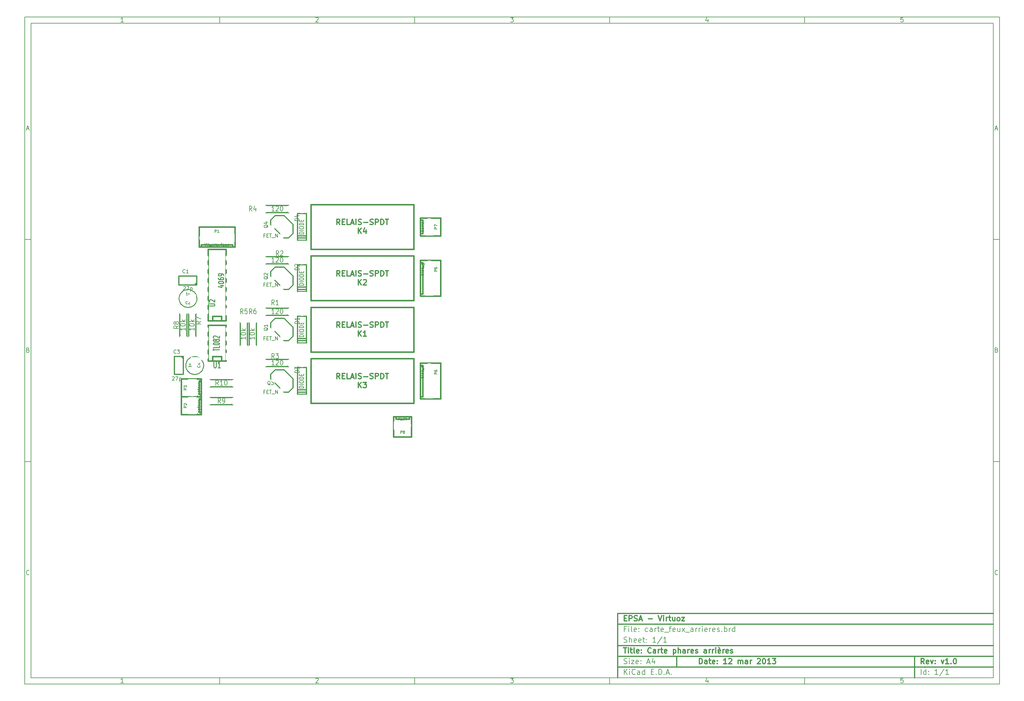
<source format=gto>
G04 (created by PCBNEW-RS274X (2012-01-19 BZR 3256)-stable) date 12/03/2013 15:18:44*
G01*
G70*
G90*
%MOIN*%
G04 Gerber Fmt 3.4, Leading zero omitted, Abs format*
%FSLAX34Y34*%
G04 APERTURE LIST*
%ADD10C,0.006000*%
%ADD11C,0.012000*%
%ADD12C,0.015000*%
%ADD13C,0.010000*%
%ADD14C,0.008000*%
%ADD15C,0.011300*%
%ADD16C,0.005000*%
%ADD17C,0.235000*%
%ADD18R,0.105000X0.105000*%
%ADD19C,0.105000*%
%ADD20R,0.095000X0.095000*%
%ADD21C,0.095000*%
%ADD22R,0.090000X0.090000*%
%ADD23C,0.090000*%
%ADD24R,0.110000X0.110000*%
%ADD25C,0.110000*%
%ADD26R,0.110000X0.082000*%
%ADD27O,0.110000X0.082000*%
%ADD28C,0.270000*%
G04 APERTURE END LIST*
G54D10*
X04000Y-04000D02*
X113000Y-04000D01*
X113000Y-78670D01*
X04000Y-78670D01*
X04000Y-04000D01*
X04700Y-04700D02*
X112300Y-04700D01*
X112300Y-77970D01*
X04700Y-77970D01*
X04700Y-04700D01*
X25800Y-04000D02*
X25800Y-04700D01*
X15043Y-04552D02*
X14757Y-04552D01*
X14900Y-04552D02*
X14900Y-04052D01*
X14852Y-04124D01*
X14805Y-04171D01*
X14757Y-04195D01*
X25800Y-78670D02*
X25800Y-77970D01*
X15043Y-78522D02*
X14757Y-78522D01*
X14900Y-78522D02*
X14900Y-78022D01*
X14852Y-78094D01*
X14805Y-78141D01*
X14757Y-78165D01*
X47600Y-04000D02*
X47600Y-04700D01*
X36557Y-04100D02*
X36581Y-04076D01*
X36629Y-04052D01*
X36748Y-04052D01*
X36795Y-04076D01*
X36819Y-04100D01*
X36843Y-04148D01*
X36843Y-04195D01*
X36819Y-04267D01*
X36533Y-04552D01*
X36843Y-04552D01*
X47600Y-78670D02*
X47600Y-77970D01*
X36557Y-78070D02*
X36581Y-78046D01*
X36629Y-78022D01*
X36748Y-78022D01*
X36795Y-78046D01*
X36819Y-78070D01*
X36843Y-78118D01*
X36843Y-78165D01*
X36819Y-78237D01*
X36533Y-78522D01*
X36843Y-78522D01*
X69400Y-04000D02*
X69400Y-04700D01*
X58333Y-04052D02*
X58643Y-04052D01*
X58476Y-04243D01*
X58548Y-04243D01*
X58595Y-04267D01*
X58619Y-04290D01*
X58643Y-04338D01*
X58643Y-04457D01*
X58619Y-04505D01*
X58595Y-04529D01*
X58548Y-04552D01*
X58405Y-04552D01*
X58357Y-04529D01*
X58333Y-04505D01*
X69400Y-78670D02*
X69400Y-77970D01*
X58333Y-78022D02*
X58643Y-78022D01*
X58476Y-78213D01*
X58548Y-78213D01*
X58595Y-78237D01*
X58619Y-78260D01*
X58643Y-78308D01*
X58643Y-78427D01*
X58619Y-78475D01*
X58595Y-78499D01*
X58548Y-78522D01*
X58405Y-78522D01*
X58357Y-78499D01*
X58333Y-78475D01*
X91200Y-04000D02*
X91200Y-04700D01*
X80395Y-04219D02*
X80395Y-04552D01*
X80276Y-04029D02*
X80157Y-04386D01*
X80467Y-04386D01*
X91200Y-78670D02*
X91200Y-77970D01*
X80395Y-78189D02*
X80395Y-78522D01*
X80276Y-77999D02*
X80157Y-78356D01*
X80467Y-78356D01*
X102219Y-04052D02*
X101981Y-04052D01*
X101957Y-04290D01*
X101981Y-04267D01*
X102029Y-04243D01*
X102148Y-04243D01*
X102195Y-04267D01*
X102219Y-04290D01*
X102243Y-04338D01*
X102243Y-04457D01*
X102219Y-04505D01*
X102195Y-04529D01*
X102148Y-04552D01*
X102029Y-04552D01*
X101981Y-04529D01*
X101957Y-04505D01*
X102219Y-78022D02*
X101981Y-78022D01*
X101957Y-78260D01*
X101981Y-78237D01*
X102029Y-78213D01*
X102148Y-78213D01*
X102195Y-78237D01*
X102219Y-78260D01*
X102243Y-78308D01*
X102243Y-78427D01*
X102219Y-78475D01*
X102195Y-78499D01*
X102148Y-78522D01*
X102029Y-78522D01*
X101981Y-78499D01*
X101957Y-78475D01*
X04000Y-28890D02*
X04700Y-28890D01*
X04231Y-16510D02*
X04469Y-16510D01*
X04184Y-16652D02*
X04350Y-16152D01*
X04517Y-16652D01*
X113000Y-28890D02*
X112300Y-28890D01*
X112531Y-16510D02*
X112769Y-16510D01*
X112484Y-16652D02*
X112650Y-16152D01*
X112817Y-16652D01*
X04000Y-53780D02*
X04700Y-53780D01*
X04386Y-41280D02*
X04457Y-41304D01*
X04481Y-41328D01*
X04505Y-41376D01*
X04505Y-41447D01*
X04481Y-41495D01*
X04457Y-41519D01*
X04410Y-41542D01*
X04219Y-41542D01*
X04219Y-41042D01*
X04386Y-41042D01*
X04433Y-41066D01*
X04457Y-41090D01*
X04481Y-41138D01*
X04481Y-41185D01*
X04457Y-41233D01*
X04433Y-41257D01*
X04386Y-41280D01*
X04219Y-41280D01*
X113000Y-53780D02*
X112300Y-53780D01*
X112686Y-41280D02*
X112757Y-41304D01*
X112781Y-41328D01*
X112805Y-41376D01*
X112805Y-41447D01*
X112781Y-41495D01*
X112757Y-41519D01*
X112710Y-41542D01*
X112519Y-41542D01*
X112519Y-41042D01*
X112686Y-41042D01*
X112733Y-41066D01*
X112757Y-41090D01*
X112781Y-41138D01*
X112781Y-41185D01*
X112757Y-41233D01*
X112733Y-41257D01*
X112686Y-41280D01*
X112519Y-41280D01*
X04505Y-66385D02*
X04481Y-66409D01*
X04410Y-66432D01*
X04362Y-66432D01*
X04290Y-66409D01*
X04243Y-66361D01*
X04219Y-66313D01*
X04195Y-66218D01*
X04195Y-66147D01*
X04219Y-66051D01*
X04243Y-66004D01*
X04290Y-65956D01*
X04362Y-65932D01*
X04410Y-65932D01*
X04481Y-65956D01*
X04505Y-65980D01*
X112805Y-66385D02*
X112781Y-66409D01*
X112710Y-66432D01*
X112662Y-66432D01*
X112590Y-66409D01*
X112543Y-66361D01*
X112519Y-66313D01*
X112495Y-66218D01*
X112495Y-66147D01*
X112519Y-66051D01*
X112543Y-66004D01*
X112590Y-65956D01*
X112662Y-65932D01*
X112710Y-65932D01*
X112781Y-65956D01*
X112805Y-65980D01*
G54D11*
X79443Y-76413D02*
X79443Y-75813D01*
X79586Y-75813D01*
X79671Y-75841D01*
X79729Y-75899D01*
X79757Y-75956D01*
X79786Y-76070D01*
X79786Y-76156D01*
X79757Y-76270D01*
X79729Y-76327D01*
X79671Y-76384D01*
X79586Y-76413D01*
X79443Y-76413D01*
X80300Y-76413D02*
X80300Y-76099D01*
X80271Y-76041D01*
X80214Y-76013D01*
X80100Y-76013D01*
X80043Y-76041D01*
X80300Y-76384D02*
X80243Y-76413D01*
X80100Y-76413D01*
X80043Y-76384D01*
X80014Y-76327D01*
X80014Y-76270D01*
X80043Y-76213D01*
X80100Y-76184D01*
X80243Y-76184D01*
X80300Y-76156D01*
X80500Y-76013D02*
X80729Y-76013D01*
X80586Y-75813D02*
X80586Y-76327D01*
X80614Y-76384D01*
X80672Y-76413D01*
X80729Y-76413D01*
X81157Y-76384D02*
X81100Y-76413D01*
X80986Y-76413D01*
X80929Y-76384D01*
X80900Y-76327D01*
X80900Y-76099D01*
X80929Y-76041D01*
X80986Y-76013D01*
X81100Y-76013D01*
X81157Y-76041D01*
X81186Y-76099D01*
X81186Y-76156D01*
X80900Y-76213D01*
X81443Y-76356D02*
X81471Y-76384D01*
X81443Y-76413D01*
X81414Y-76384D01*
X81443Y-76356D01*
X81443Y-76413D01*
X81443Y-76041D02*
X81471Y-76070D01*
X81443Y-76099D01*
X81414Y-76070D01*
X81443Y-76041D01*
X81443Y-76099D01*
X82500Y-76413D02*
X82157Y-76413D01*
X82329Y-76413D02*
X82329Y-75813D01*
X82272Y-75899D01*
X82214Y-75956D01*
X82157Y-75984D01*
X82728Y-75870D02*
X82757Y-75841D01*
X82814Y-75813D01*
X82957Y-75813D01*
X83014Y-75841D01*
X83043Y-75870D01*
X83071Y-75927D01*
X83071Y-75984D01*
X83043Y-76070D01*
X82700Y-76413D01*
X83071Y-76413D01*
X83785Y-76413D02*
X83785Y-76013D01*
X83785Y-76070D02*
X83813Y-76041D01*
X83871Y-76013D01*
X83956Y-76013D01*
X84013Y-76041D01*
X84042Y-76099D01*
X84042Y-76413D01*
X84042Y-76099D02*
X84071Y-76041D01*
X84128Y-76013D01*
X84213Y-76013D01*
X84271Y-76041D01*
X84299Y-76099D01*
X84299Y-76413D01*
X84842Y-76413D02*
X84842Y-76099D01*
X84813Y-76041D01*
X84756Y-76013D01*
X84642Y-76013D01*
X84585Y-76041D01*
X84842Y-76384D02*
X84785Y-76413D01*
X84642Y-76413D01*
X84585Y-76384D01*
X84556Y-76327D01*
X84556Y-76270D01*
X84585Y-76213D01*
X84642Y-76184D01*
X84785Y-76184D01*
X84842Y-76156D01*
X85128Y-76413D02*
X85128Y-76013D01*
X85128Y-76127D02*
X85156Y-76070D01*
X85185Y-76041D01*
X85242Y-76013D01*
X85299Y-76013D01*
X85927Y-75870D02*
X85956Y-75841D01*
X86013Y-75813D01*
X86156Y-75813D01*
X86213Y-75841D01*
X86242Y-75870D01*
X86270Y-75927D01*
X86270Y-75984D01*
X86242Y-76070D01*
X85899Y-76413D01*
X86270Y-76413D01*
X86641Y-75813D02*
X86698Y-75813D01*
X86755Y-75841D01*
X86784Y-75870D01*
X86813Y-75927D01*
X86841Y-76041D01*
X86841Y-76184D01*
X86813Y-76299D01*
X86784Y-76356D01*
X86755Y-76384D01*
X86698Y-76413D01*
X86641Y-76413D01*
X86584Y-76384D01*
X86555Y-76356D01*
X86527Y-76299D01*
X86498Y-76184D01*
X86498Y-76041D01*
X86527Y-75927D01*
X86555Y-75870D01*
X86584Y-75841D01*
X86641Y-75813D01*
X87412Y-76413D02*
X87069Y-76413D01*
X87241Y-76413D02*
X87241Y-75813D01*
X87184Y-75899D01*
X87126Y-75956D01*
X87069Y-75984D01*
X87612Y-75813D02*
X87983Y-75813D01*
X87783Y-76041D01*
X87869Y-76041D01*
X87926Y-76070D01*
X87955Y-76099D01*
X87983Y-76156D01*
X87983Y-76299D01*
X87955Y-76356D01*
X87926Y-76384D01*
X87869Y-76413D01*
X87697Y-76413D01*
X87640Y-76384D01*
X87612Y-76356D01*
G54D10*
X71043Y-77613D02*
X71043Y-77013D01*
X71386Y-77613D02*
X71129Y-77270D01*
X71386Y-77013D02*
X71043Y-77356D01*
X71643Y-77613D02*
X71643Y-77213D01*
X71643Y-77013D02*
X71614Y-77041D01*
X71643Y-77070D01*
X71671Y-77041D01*
X71643Y-77013D01*
X71643Y-77070D01*
X72272Y-77556D02*
X72243Y-77584D01*
X72157Y-77613D01*
X72100Y-77613D01*
X72015Y-77584D01*
X71957Y-77527D01*
X71929Y-77470D01*
X71900Y-77356D01*
X71900Y-77270D01*
X71929Y-77156D01*
X71957Y-77099D01*
X72015Y-77041D01*
X72100Y-77013D01*
X72157Y-77013D01*
X72243Y-77041D01*
X72272Y-77070D01*
X72786Y-77613D02*
X72786Y-77299D01*
X72757Y-77241D01*
X72700Y-77213D01*
X72586Y-77213D01*
X72529Y-77241D01*
X72786Y-77584D02*
X72729Y-77613D01*
X72586Y-77613D01*
X72529Y-77584D01*
X72500Y-77527D01*
X72500Y-77470D01*
X72529Y-77413D01*
X72586Y-77384D01*
X72729Y-77384D01*
X72786Y-77356D01*
X73329Y-77613D02*
X73329Y-77013D01*
X73329Y-77584D02*
X73272Y-77613D01*
X73158Y-77613D01*
X73100Y-77584D01*
X73072Y-77556D01*
X73043Y-77499D01*
X73043Y-77327D01*
X73072Y-77270D01*
X73100Y-77241D01*
X73158Y-77213D01*
X73272Y-77213D01*
X73329Y-77241D01*
X74072Y-77299D02*
X74272Y-77299D01*
X74358Y-77613D02*
X74072Y-77613D01*
X74072Y-77013D01*
X74358Y-77013D01*
X74615Y-77556D02*
X74643Y-77584D01*
X74615Y-77613D01*
X74586Y-77584D01*
X74615Y-77556D01*
X74615Y-77613D01*
X74901Y-77613D02*
X74901Y-77013D01*
X75044Y-77013D01*
X75129Y-77041D01*
X75187Y-77099D01*
X75215Y-77156D01*
X75244Y-77270D01*
X75244Y-77356D01*
X75215Y-77470D01*
X75187Y-77527D01*
X75129Y-77584D01*
X75044Y-77613D01*
X74901Y-77613D01*
X75501Y-77556D02*
X75529Y-77584D01*
X75501Y-77613D01*
X75472Y-77584D01*
X75501Y-77556D01*
X75501Y-77613D01*
X75758Y-77441D02*
X76044Y-77441D01*
X75701Y-77613D02*
X75901Y-77013D01*
X76101Y-77613D01*
X76301Y-77556D02*
X76329Y-77584D01*
X76301Y-77613D01*
X76272Y-77584D01*
X76301Y-77556D01*
X76301Y-77613D01*
G54D11*
X104586Y-76413D02*
X104386Y-76127D01*
X104243Y-76413D02*
X104243Y-75813D01*
X104471Y-75813D01*
X104529Y-75841D01*
X104557Y-75870D01*
X104586Y-75927D01*
X104586Y-76013D01*
X104557Y-76070D01*
X104529Y-76099D01*
X104471Y-76127D01*
X104243Y-76127D01*
X105071Y-76384D02*
X105014Y-76413D01*
X104900Y-76413D01*
X104843Y-76384D01*
X104814Y-76327D01*
X104814Y-76099D01*
X104843Y-76041D01*
X104900Y-76013D01*
X105014Y-76013D01*
X105071Y-76041D01*
X105100Y-76099D01*
X105100Y-76156D01*
X104814Y-76213D01*
X105300Y-76013D02*
X105443Y-76413D01*
X105585Y-76013D01*
X105814Y-76356D02*
X105842Y-76384D01*
X105814Y-76413D01*
X105785Y-76384D01*
X105814Y-76356D01*
X105814Y-76413D01*
X105814Y-76041D02*
X105842Y-76070D01*
X105814Y-76099D01*
X105785Y-76070D01*
X105814Y-76041D01*
X105814Y-76099D01*
X106500Y-76013D02*
X106643Y-76413D01*
X106785Y-76013D01*
X107328Y-76413D02*
X106985Y-76413D01*
X107157Y-76413D02*
X107157Y-75813D01*
X107100Y-75899D01*
X107042Y-75956D01*
X106985Y-75984D01*
X107585Y-76356D02*
X107613Y-76384D01*
X107585Y-76413D01*
X107556Y-76384D01*
X107585Y-76356D01*
X107585Y-76413D01*
X107985Y-75813D02*
X108042Y-75813D01*
X108099Y-75841D01*
X108128Y-75870D01*
X108157Y-75927D01*
X108185Y-76041D01*
X108185Y-76184D01*
X108157Y-76299D01*
X108128Y-76356D01*
X108099Y-76384D01*
X108042Y-76413D01*
X107985Y-76413D01*
X107928Y-76384D01*
X107899Y-76356D01*
X107871Y-76299D01*
X107842Y-76184D01*
X107842Y-76041D01*
X107871Y-75927D01*
X107899Y-75870D01*
X107928Y-75841D01*
X107985Y-75813D01*
G54D10*
X71014Y-76384D02*
X71100Y-76413D01*
X71243Y-76413D01*
X71300Y-76384D01*
X71329Y-76356D01*
X71357Y-76299D01*
X71357Y-76241D01*
X71329Y-76184D01*
X71300Y-76156D01*
X71243Y-76127D01*
X71129Y-76099D01*
X71071Y-76070D01*
X71043Y-76041D01*
X71014Y-75984D01*
X71014Y-75927D01*
X71043Y-75870D01*
X71071Y-75841D01*
X71129Y-75813D01*
X71271Y-75813D01*
X71357Y-75841D01*
X71614Y-76413D02*
X71614Y-76013D01*
X71614Y-75813D02*
X71585Y-75841D01*
X71614Y-75870D01*
X71642Y-75841D01*
X71614Y-75813D01*
X71614Y-75870D01*
X71843Y-76013D02*
X72157Y-76013D01*
X71843Y-76413D01*
X72157Y-76413D01*
X72614Y-76384D02*
X72557Y-76413D01*
X72443Y-76413D01*
X72386Y-76384D01*
X72357Y-76327D01*
X72357Y-76099D01*
X72386Y-76041D01*
X72443Y-76013D01*
X72557Y-76013D01*
X72614Y-76041D01*
X72643Y-76099D01*
X72643Y-76156D01*
X72357Y-76213D01*
X72900Y-76356D02*
X72928Y-76384D01*
X72900Y-76413D01*
X72871Y-76384D01*
X72900Y-76356D01*
X72900Y-76413D01*
X72900Y-76041D02*
X72928Y-76070D01*
X72900Y-76099D01*
X72871Y-76070D01*
X72900Y-76041D01*
X72900Y-76099D01*
X73614Y-76241D02*
X73900Y-76241D01*
X73557Y-76413D02*
X73757Y-75813D01*
X73957Y-76413D01*
X74414Y-76013D02*
X74414Y-76413D01*
X74271Y-75784D02*
X74128Y-76213D01*
X74500Y-76213D01*
X104243Y-77613D02*
X104243Y-77013D01*
X104786Y-77613D02*
X104786Y-77013D01*
X104786Y-77584D02*
X104729Y-77613D01*
X104615Y-77613D01*
X104557Y-77584D01*
X104529Y-77556D01*
X104500Y-77499D01*
X104500Y-77327D01*
X104529Y-77270D01*
X104557Y-77241D01*
X104615Y-77213D01*
X104729Y-77213D01*
X104786Y-77241D01*
X105072Y-77556D02*
X105100Y-77584D01*
X105072Y-77613D01*
X105043Y-77584D01*
X105072Y-77556D01*
X105072Y-77613D01*
X105072Y-77241D02*
X105100Y-77270D01*
X105072Y-77299D01*
X105043Y-77270D01*
X105072Y-77241D01*
X105072Y-77299D01*
X106129Y-77613D02*
X105786Y-77613D01*
X105958Y-77613D02*
X105958Y-77013D01*
X105901Y-77099D01*
X105843Y-77156D01*
X105786Y-77184D01*
X106814Y-76984D02*
X106300Y-77756D01*
X107329Y-77613D02*
X106986Y-77613D01*
X107158Y-77613D02*
X107158Y-77013D01*
X107101Y-77099D01*
X107043Y-77156D01*
X106986Y-77184D01*
G54D11*
X70957Y-74613D02*
X71300Y-74613D01*
X71129Y-75213D02*
X71129Y-74613D01*
X71500Y-75213D02*
X71500Y-74813D01*
X71500Y-74613D02*
X71471Y-74641D01*
X71500Y-74670D01*
X71528Y-74641D01*
X71500Y-74613D01*
X71500Y-74670D01*
X71700Y-74813D02*
X71929Y-74813D01*
X71786Y-74613D02*
X71786Y-75127D01*
X71814Y-75184D01*
X71872Y-75213D01*
X71929Y-75213D01*
X72215Y-75213D02*
X72157Y-75184D01*
X72129Y-75127D01*
X72129Y-74613D01*
X72671Y-75184D02*
X72614Y-75213D01*
X72500Y-75213D01*
X72443Y-75184D01*
X72414Y-75127D01*
X72414Y-74899D01*
X72443Y-74841D01*
X72500Y-74813D01*
X72614Y-74813D01*
X72671Y-74841D01*
X72700Y-74899D01*
X72700Y-74956D01*
X72414Y-75013D01*
X72957Y-75156D02*
X72985Y-75184D01*
X72957Y-75213D01*
X72928Y-75184D01*
X72957Y-75156D01*
X72957Y-75213D01*
X72957Y-74841D02*
X72985Y-74870D01*
X72957Y-74899D01*
X72928Y-74870D01*
X72957Y-74841D01*
X72957Y-74899D01*
X74043Y-75156D02*
X74014Y-75184D01*
X73928Y-75213D01*
X73871Y-75213D01*
X73786Y-75184D01*
X73728Y-75127D01*
X73700Y-75070D01*
X73671Y-74956D01*
X73671Y-74870D01*
X73700Y-74756D01*
X73728Y-74699D01*
X73786Y-74641D01*
X73871Y-74613D01*
X73928Y-74613D01*
X74014Y-74641D01*
X74043Y-74670D01*
X74557Y-75213D02*
X74557Y-74899D01*
X74528Y-74841D01*
X74471Y-74813D01*
X74357Y-74813D01*
X74300Y-74841D01*
X74557Y-75184D02*
X74500Y-75213D01*
X74357Y-75213D01*
X74300Y-75184D01*
X74271Y-75127D01*
X74271Y-75070D01*
X74300Y-75013D01*
X74357Y-74984D01*
X74500Y-74984D01*
X74557Y-74956D01*
X74843Y-75213D02*
X74843Y-74813D01*
X74843Y-74927D02*
X74871Y-74870D01*
X74900Y-74841D01*
X74957Y-74813D01*
X75014Y-74813D01*
X75128Y-74813D02*
X75357Y-74813D01*
X75214Y-74613D02*
X75214Y-75127D01*
X75242Y-75184D01*
X75300Y-75213D01*
X75357Y-75213D01*
X75785Y-75184D02*
X75728Y-75213D01*
X75614Y-75213D01*
X75557Y-75184D01*
X75528Y-75127D01*
X75528Y-74899D01*
X75557Y-74841D01*
X75614Y-74813D01*
X75728Y-74813D01*
X75785Y-74841D01*
X75814Y-74899D01*
X75814Y-74956D01*
X75528Y-75013D01*
X76528Y-74813D02*
X76528Y-75413D01*
X76528Y-74841D02*
X76585Y-74813D01*
X76699Y-74813D01*
X76756Y-74841D01*
X76785Y-74870D01*
X76814Y-74927D01*
X76814Y-75099D01*
X76785Y-75156D01*
X76756Y-75184D01*
X76699Y-75213D01*
X76585Y-75213D01*
X76528Y-75184D01*
X77071Y-75213D02*
X77071Y-74613D01*
X77328Y-75213D02*
X77328Y-74899D01*
X77299Y-74841D01*
X77242Y-74813D01*
X77157Y-74813D01*
X77099Y-74841D01*
X77071Y-74870D01*
X77871Y-75213D02*
X77871Y-74899D01*
X77842Y-74841D01*
X77785Y-74813D01*
X77671Y-74813D01*
X77614Y-74841D01*
X77871Y-75184D02*
X77814Y-75213D01*
X77671Y-75213D01*
X77614Y-75184D01*
X77585Y-75127D01*
X77585Y-75070D01*
X77614Y-75013D01*
X77671Y-74984D01*
X77814Y-74984D01*
X77871Y-74956D01*
X78157Y-75213D02*
X78157Y-74813D01*
X78157Y-74927D02*
X78185Y-74870D01*
X78214Y-74841D01*
X78271Y-74813D01*
X78328Y-74813D01*
X78756Y-75184D02*
X78699Y-75213D01*
X78585Y-75213D01*
X78528Y-75184D01*
X78499Y-75127D01*
X78499Y-74899D01*
X78528Y-74841D01*
X78585Y-74813D01*
X78699Y-74813D01*
X78756Y-74841D01*
X78785Y-74899D01*
X78785Y-74956D01*
X78499Y-75013D01*
X79013Y-75184D02*
X79070Y-75213D01*
X79185Y-75213D01*
X79242Y-75184D01*
X79270Y-75127D01*
X79270Y-75099D01*
X79242Y-75041D01*
X79185Y-75013D01*
X79099Y-75013D01*
X79042Y-74984D01*
X79013Y-74927D01*
X79013Y-74899D01*
X79042Y-74841D01*
X79099Y-74813D01*
X79185Y-74813D01*
X79242Y-74841D01*
X80242Y-75213D02*
X80242Y-74899D01*
X80213Y-74841D01*
X80156Y-74813D01*
X80042Y-74813D01*
X79985Y-74841D01*
X80242Y-75184D02*
X80185Y-75213D01*
X80042Y-75213D01*
X79985Y-75184D01*
X79956Y-75127D01*
X79956Y-75070D01*
X79985Y-75013D01*
X80042Y-74984D01*
X80185Y-74984D01*
X80242Y-74956D01*
X80528Y-75213D02*
X80528Y-74813D01*
X80528Y-74927D02*
X80556Y-74870D01*
X80585Y-74841D01*
X80642Y-74813D01*
X80699Y-74813D01*
X80899Y-75213D02*
X80899Y-74813D01*
X80899Y-74927D02*
X80927Y-74870D01*
X80956Y-74841D01*
X81013Y-74813D01*
X81070Y-74813D01*
X81270Y-75213D02*
X81270Y-74813D01*
X81270Y-74613D02*
X81241Y-74641D01*
X81270Y-74670D01*
X81298Y-74641D01*
X81270Y-74613D01*
X81270Y-74670D01*
X81784Y-75184D02*
X81727Y-75213D01*
X81613Y-75213D01*
X81556Y-75184D01*
X81527Y-75127D01*
X81527Y-74899D01*
X81556Y-74841D01*
X81613Y-74813D01*
X81727Y-74813D01*
X81784Y-74841D01*
X81813Y-74899D01*
X81813Y-74956D01*
X81527Y-75013D01*
X81613Y-74584D02*
X81699Y-74670D01*
X82070Y-75213D02*
X82070Y-74813D01*
X82070Y-74927D02*
X82098Y-74870D01*
X82127Y-74841D01*
X82184Y-74813D01*
X82241Y-74813D01*
X82669Y-75184D02*
X82612Y-75213D01*
X82498Y-75213D01*
X82441Y-75184D01*
X82412Y-75127D01*
X82412Y-74899D01*
X82441Y-74841D01*
X82498Y-74813D01*
X82612Y-74813D01*
X82669Y-74841D01*
X82698Y-74899D01*
X82698Y-74956D01*
X82412Y-75013D01*
X82926Y-75184D02*
X82983Y-75213D01*
X83098Y-75213D01*
X83155Y-75184D01*
X83183Y-75127D01*
X83183Y-75099D01*
X83155Y-75041D01*
X83098Y-75013D01*
X83012Y-75013D01*
X82955Y-74984D01*
X82926Y-74927D01*
X82926Y-74899D01*
X82955Y-74841D01*
X83012Y-74813D01*
X83098Y-74813D01*
X83155Y-74841D01*
G54D10*
X71243Y-72499D02*
X71043Y-72499D01*
X71043Y-72813D02*
X71043Y-72213D01*
X71329Y-72213D01*
X71557Y-72813D02*
X71557Y-72413D01*
X71557Y-72213D02*
X71528Y-72241D01*
X71557Y-72270D01*
X71585Y-72241D01*
X71557Y-72213D01*
X71557Y-72270D01*
X71929Y-72813D02*
X71871Y-72784D01*
X71843Y-72727D01*
X71843Y-72213D01*
X72385Y-72784D02*
X72328Y-72813D01*
X72214Y-72813D01*
X72157Y-72784D01*
X72128Y-72727D01*
X72128Y-72499D01*
X72157Y-72441D01*
X72214Y-72413D01*
X72328Y-72413D01*
X72385Y-72441D01*
X72414Y-72499D01*
X72414Y-72556D01*
X72128Y-72613D01*
X72671Y-72756D02*
X72699Y-72784D01*
X72671Y-72813D01*
X72642Y-72784D01*
X72671Y-72756D01*
X72671Y-72813D01*
X72671Y-72441D02*
X72699Y-72470D01*
X72671Y-72499D01*
X72642Y-72470D01*
X72671Y-72441D01*
X72671Y-72499D01*
X73671Y-72784D02*
X73614Y-72813D01*
X73500Y-72813D01*
X73442Y-72784D01*
X73414Y-72756D01*
X73385Y-72699D01*
X73385Y-72527D01*
X73414Y-72470D01*
X73442Y-72441D01*
X73500Y-72413D01*
X73614Y-72413D01*
X73671Y-72441D01*
X74185Y-72813D02*
X74185Y-72499D01*
X74156Y-72441D01*
X74099Y-72413D01*
X73985Y-72413D01*
X73928Y-72441D01*
X74185Y-72784D02*
X74128Y-72813D01*
X73985Y-72813D01*
X73928Y-72784D01*
X73899Y-72727D01*
X73899Y-72670D01*
X73928Y-72613D01*
X73985Y-72584D01*
X74128Y-72584D01*
X74185Y-72556D01*
X74471Y-72813D02*
X74471Y-72413D01*
X74471Y-72527D02*
X74499Y-72470D01*
X74528Y-72441D01*
X74585Y-72413D01*
X74642Y-72413D01*
X74756Y-72413D02*
X74985Y-72413D01*
X74842Y-72213D02*
X74842Y-72727D01*
X74870Y-72784D01*
X74928Y-72813D01*
X74985Y-72813D01*
X75413Y-72784D02*
X75356Y-72813D01*
X75242Y-72813D01*
X75185Y-72784D01*
X75156Y-72727D01*
X75156Y-72499D01*
X75185Y-72441D01*
X75242Y-72413D01*
X75356Y-72413D01*
X75413Y-72441D01*
X75442Y-72499D01*
X75442Y-72556D01*
X75156Y-72613D01*
X75556Y-72870D02*
X76013Y-72870D01*
X76070Y-72413D02*
X76299Y-72413D01*
X76156Y-72813D02*
X76156Y-72299D01*
X76184Y-72241D01*
X76242Y-72213D01*
X76299Y-72213D01*
X76727Y-72784D02*
X76670Y-72813D01*
X76556Y-72813D01*
X76499Y-72784D01*
X76470Y-72727D01*
X76470Y-72499D01*
X76499Y-72441D01*
X76556Y-72413D01*
X76670Y-72413D01*
X76727Y-72441D01*
X76756Y-72499D01*
X76756Y-72556D01*
X76470Y-72613D01*
X77270Y-72413D02*
X77270Y-72813D01*
X77013Y-72413D02*
X77013Y-72727D01*
X77041Y-72784D01*
X77099Y-72813D01*
X77184Y-72813D01*
X77241Y-72784D01*
X77270Y-72756D01*
X77499Y-72813D02*
X77813Y-72413D01*
X77499Y-72413D02*
X77813Y-72813D01*
X77899Y-72870D02*
X78356Y-72870D01*
X78756Y-72813D02*
X78756Y-72499D01*
X78727Y-72441D01*
X78670Y-72413D01*
X78556Y-72413D01*
X78499Y-72441D01*
X78756Y-72784D02*
X78699Y-72813D01*
X78556Y-72813D01*
X78499Y-72784D01*
X78470Y-72727D01*
X78470Y-72670D01*
X78499Y-72613D01*
X78556Y-72584D01*
X78699Y-72584D01*
X78756Y-72556D01*
X79042Y-72813D02*
X79042Y-72413D01*
X79042Y-72527D02*
X79070Y-72470D01*
X79099Y-72441D01*
X79156Y-72413D01*
X79213Y-72413D01*
X79413Y-72813D02*
X79413Y-72413D01*
X79413Y-72527D02*
X79441Y-72470D01*
X79470Y-72441D01*
X79527Y-72413D01*
X79584Y-72413D01*
X79784Y-72813D02*
X79784Y-72413D01*
X79784Y-72213D02*
X79755Y-72241D01*
X79784Y-72270D01*
X79812Y-72241D01*
X79784Y-72213D01*
X79784Y-72270D01*
X80298Y-72784D02*
X80241Y-72813D01*
X80127Y-72813D01*
X80070Y-72784D01*
X80041Y-72727D01*
X80041Y-72499D01*
X80070Y-72441D01*
X80127Y-72413D01*
X80241Y-72413D01*
X80298Y-72441D01*
X80327Y-72499D01*
X80327Y-72556D01*
X80041Y-72613D01*
X80584Y-72813D02*
X80584Y-72413D01*
X80584Y-72527D02*
X80612Y-72470D01*
X80641Y-72441D01*
X80698Y-72413D01*
X80755Y-72413D01*
X81183Y-72784D02*
X81126Y-72813D01*
X81012Y-72813D01*
X80955Y-72784D01*
X80926Y-72727D01*
X80926Y-72499D01*
X80955Y-72441D01*
X81012Y-72413D01*
X81126Y-72413D01*
X81183Y-72441D01*
X81212Y-72499D01*
X81212Y-72556D01*
X80926Y-72613D01*
X81440Y-72784D02*
X81497Y-72813D01*
X81612Y-72813D01*
X81669Y-72784D01*
X81697Y-72727D01*
X81697Y-72699D01*
X81669Y-72641D01*
X81612Y-72613D01*
X81526Y-72613D01*
X81469Y-72584D01*
X81440Y-72527D01*
X81440Y-72499D01*
X81469Y-72441D01*
X81526Y-72413D01*
X81612Y-72413D01*
X81669Y-72441D01*
X81955Y-72756D02*
X81983Y-72784D01*
X81955Y-72813D01*
X81926Y-72784D01*
X81955Y-72756D01*
X81955Y-72813D01*
X82241Y-72813D02*
X82241Y-72213D01*
X82241Y-72441D02*
X82298Y-72413D01*
X82412Y-72413D01*
X82469Y-72441D01*
X82498Y-72470D01*
X82527Y-72527D01*
X82527Y-72699D01*
X82498Y-72756D01*
X82469Y-72784D01*
X82412Y-72813D01*
X82298Y-72813D01*
X82241Y-72784D01*
X82784Y-72813D02*
X82784Y-72413D01*
X82784Y-72527D02*
X82812Y-72470D01*
X82841Y-72441D01*
X82898Y-72413D01*
X82955Y-72413D01*
X83412Y-72813D02*
X83412Y-72213D01*
X83412Y-72784D02*
X83355Y-72813D01*
X83241Y-72813D01*
X83183Y-72784D01*
X83155Y-72756D01*
X83126Y-72699D01*
X83126Y-72527D01*
X83155Y-72470D01*
X83183Y-72441D01*
X83241Y-72413D01*
X83355Y-72413D01*
X83412Y-72441D01*
X71014Y-73984D02*
X71100Y-74013D01*
X71243Y-74013D01*
X71300Y-73984D01*
X71329Y-73956D01*
X71357Y-73899D01*
X71357Y-73841D01*
X71329Y-73784D01*
X71300Y-73756D01*
X71243Y-73727D01*
X71129Y-73699D01*
X71071Y-73670D01*
X71043Y-73641D01*
X71014Y-73584D01*
X71014Y-73527D01*
X71043Y-73470D01*
X71071Y-73441D01*
X71129Y-73413D01*
X71271Y-73413D01*
X71357Y-73441D01*
X71614Y-74013D02*
X71614Y-73413D01*
X71871Y-74013D02*
X71871Y-73699D01*
X71842Y-73641D01*
X71785Y-73613D01*
X71700Y-73613D01*
X71642Y-73641D01*
X71614Y-73670D01*
X72385Y-73984D02*
X72328Y-74013D01*
X72214Y-74013D01*
X72157Y-73984D01*
X72128Y-73927D01*
X72128Y-73699D01*
X72157Y-73641D01*
X72214Y-73613D01*
X72328Y-73613D01*
X72385Y-73641D01*
X72414Y-73699D01*
X72414Y-73756D01*
X72128Y-73813D01*
X72899Y-73984D02*
X72842Y-74013D01*
X72728Y-74013D01*
X72671Y-73984D01*
X72642Y-73927D01*
X72642Y-73699D01*
X72671Y-73641D01*
X72728Y-73613D01*
X72842Y-73613D01*
X72899Y-73641D01*
X72928Y-73699D01*
X72928Y-73756D01*
X72642Y-73813D01*
X73099Y-73613D02*
X73328Y-73613D01*
X73185Y-73413D02*
X73185Y-73927D01*
X73213Y-73984D01*
X73271Y-74013D01*
X73328Y-74013D01*
X73528Y-73956D02*
X73556Y-73984D01*
X73528Y-74013D01*
X73499Y-73984D01*
X73528Y-73956D01*
X73528Y-74013D01*
X73528Y-73641D02*
X73556Y-73670D01*
X73528Y-73699D01*
X73499Y-73670D01*
X73528Y-73641D01*
X73528Y-73699D01*
X74585Y-74013D02*
X74242Y-74013D01*
X74414Y-74013D02*
X74414Y-73413D01*
X74357Y-73499D01*
X74299Y-73556D01*
X74242Y-73584D01*
X75270Y-73384D02*
X74756Y-74156D01*
X75785Y-74013D02*
X75442Y-74013D01*
X75614Y-74013D02*
X75614Y-73413D01*
X75557Y-73499D01*
X75499Y-73556D01*
X75442Y-73584D01*
G54D11*
X71043Y-71299D02*
X71243Y-71299D01*
X71329Y-71613D02*
X71043Y-71613D01*
X71043Y-71013D01*
X71329Y-71013D01*
X71586Y-71613D02*
X71586Y-71013D01*
X71814Y-71013D01*
X71872Y-71041D01*
X71900Y-71070D01*
X71929Y-71127D01*
X71929Y-71213D01*
X71900Y-71270D01*
X71872Y-71299D01*
X71814Y-71327D01*
X71586Y-71327D01*
X72157Y-71584D02*
X72243Y-71613D01*
X72386Y-71613D01*
X72443Y-71584D01*
X72472Y-71556D01*
X72500Y-71499D01*
X72500Y-71441D01*
X72472Y-71384D01*
X72443Y-71356D01*
X72386Y-71327D01*
X72272Y-71299D01*
X72214Y-71270D01*
X72186Y-71241D01*
X72157Y-71184D01*
X72157Y-71127D01*
X72186Y-71070D01*
X72214Y-71041D01*
X72272Y-71013D01*
X72414Y-71013D01*
X72500Y-71041D01*
X72728Y-71441D02*
X73014Y-71441D01*
X72671Y-71613D02*
X72871Y-71013D01*
X73071Y-71613D01*
X73728Y-71384D02*
X74185Y-71384D01*
X74842Y-71013D02*
X75042Y-71613D01*
X75242Y-71013D01*
X75442Y-71613D02*
X75442Y-71213D01*
X75442Y-71013D02*
X75413Y-71041D01*
X75442Y-71070D01*
X75470Y-71041D01*
X75442Y-71013D01*
X75442Y-71070D01*
X75728Y-71613D02*
X75728Y-71213D01*
X75728Y-71327D02*
X75756Y-71270D01*
X75785Y-71241D01*
X75842Y-71213D01*
X75899Y-71213D01*
X76013Y-71213D02*
X76242Y-71213D01*
X76099Y-71013D02*
X76099Y-71527D01*
X76127Y-71584D01*
X76185Y-71613D01*
X76242Y-71613D01*
X76699Y-71213D02*
X76699Y-71613D01*
X76442Y-71213D02*
X76442Y-71527D01*
X76470Y-71584D01*
X76528Y-71613D01*
X76613Y-71613D01*
X76670Y-71584D01*
X76699Y-71556D01*
X77071Y-71613D02*
X77013Y-71584D01*
X76985Y-71556D01*
X76956Y-71499D01*
X76956Y-71327D01*
X76985Y-71270D01*
X77013Y-71241D01*
X77071Y-71213D01*
X77156Y-71213D01*
X77213Y-71241D01*
X77242Y-71270D01*
X77271Y-71327D01*
X77271Y-71499D01*
X77242Y-71556D01*
X77213Y-71584D01*
X77156Y-71613D01*
X77071Y-71613D01*
X77471Y-71213D02*
X77785Y-71213D01*
X77471Y-71613D01*
X77785Y-71613D01*
X70300Y-70770D02*
X70300Y-77970D01*
X70300Y-71970D02*
X112300Y-71970D01*
X70300Y-70770D02*
X112300Y-70770D01*
X70300Y-74370D02*
X112300Y-74370D01*
X103500Y-75570D02*
X103500Y-77970D01*
X70300Y-76770D02*
X112300Y-76770D01*
X70300Y-75570D02*
X112300Y-75570D01*
X76900Y-75570D02*
X76900Y-76770D01*
G54D12*
X48250Y-28250D02*
X48500Y-28250D01*
X48500Y-28250D02*
X48500Y-26750D01*
X48500Y-26750D02*
X48250Y-26750D01*
X48250Y-28500D02*
X50500Y-28500D01*
X50500Y-28500D02*
X50500Y-26500D01*
X50500Y-26500D02*
X48250Y-26500D01*
X48250Y-26500D02*
X48250Y-28500D01*
G54D10*
X49750Y-28500D02*
X48750Y-28500D01*
X48750Y-26500D02*
X49750Y-26500D01*
G54D12*
X50500Y-42750D02*
X48250Y-42750D01*
X48250Y-46750D02*
X50500Y-46750D01*
X48500Y-43000D02*
X48500Y-45000D01*
X48250Y-42750D02*
X48250Y-44750D01*
X50500Y-44750D02*
X50500Y-42750D01*
X48500Y-43000D02*
X48250Y-43000D01*
X48250Y-46500D02*
X48500Y-46500D01*
X48500Y-46500D02*
X48500Y-45000D01*
X50500Y-46750D02*
X50500Y-44750D01*
X48250Y-44750D02*
X48250Y-46750D01*
X50500Y-31250D02*
X48250Y-31250D01*
X48250Y-35250D02*
X50500Y-35250D01*
X48500Y-31500D02*
X48500Y-33500D01*
X48250Y-31250D02*
X48250Y-33250D01*
X50500Y-33250D02*
X50500Y-31250D01*
X48500Y-31500D02*
X48250Y-31500D01*
X48250Y-35000D02*
X48500Y-35000D01*
X48500Y-35000D02*
X48500Y-33500D01*
X50500Y-35250D02*
X50500Y-33250D01*
X48250Y-33250D02*
X48250Y-35250D01*
X45500Y-48750D02*
X45500Y-49000D01*
X45500Y-49000D02*
X47000Y-49000D01*
X47000Y-49000D02*
X47000Y-48750D01*
X45250Y-48750D02*
X45250Y-51000D01*
X45250Y-51000D02*
X47250Y-51000D01*
X47250Y-51000D02*
X47250Y-48750D01*
X47250Y-48750D02*
X45250Y-48750D01*
G54D10*
X45250Y-50250D02*
X45250Y-49250D01*
X47250Y-49250D02*
X47250Y-50250D01*
G54D11*
X31500Y-33000D02*
X33000Y-34500D01*
X33000Y-34500D02*
X33500Y-34500D01*
X33500Y-34500D02*
X34000Y-34000D01*
X34000Y-34000D02*
X34000Y-33000D01*
X34000Y-33000D02*
X33000Y-32000D01*
X33000Y-32000D02*
X32000Y-32000D01*
X32000Y-32000D02*
X31500Y-32500D01*
X31500Y-32500D02*
X31500Y-33000D01*
X31500Y-38750D02*
X33000Y-40250D01*
X33000Y-40250D02*
X33500Y-40250D01*
X33500Y-40250D02*
X34000Y-39750D01*
X34000Y-39750D02*
X34000Y-38750D01*
X34000Y-38750D02*
X33000Y-37750D01*
X33000Y-37750D02*
X32000Y-37750D01*
X32000Y-37750D02*
X31500Y-38250D01*
X31500Y-38250D02*
X31500Y-38750D01*
X31500Y-44500D02*
X33000Y-46000D01*
X33000Y-46000D02*
X33500Y-46000D01*
X33500Y-46000D02*
X34000Y-45500D01*
X34000Y-45500D02*
X34000Y-44500D01*
X34000Y-44500D02*
X33000Y-43500D01*
X33000Y-43500D02*
X32000Y-43500D01*
X32000Y-43500D02*
X31500Y-44000D01*
X31500Y-44000D02*
X31500Y-44500D01*
X31500Y-27250D02*
X33000Y-28750D01*
X33000Y-28750D02*
X33500Y-28750D01*
X33500Y-28750D02*
X34000Y-28250D01*
X34000Y-28250D02*
X34000Y-27250D01*
X34000Y-27250D02*
X33000Y-26250D01*
X33000Y-26250D02*
X32000Y-26250D01*
X32000Y-26250D02*
X31500Y-26750D01*
X31500Y-26750D02*
X31500Y-27250D01*
G54D12*
X36000Y-36500D02*
X47500Y-36500D01*
X47500Y-36500D02*
X47500Y-41500D01*
X47500Y-41500D02*
X36000Y-41500D01*
X36000Y-41500D02*
X36000Y-36500D01*
X36000Y-30750D02*
X47500Y-30750D01*
X47500Y-30750D02*
X47500Y-35750D01*
X47500Y-35750D02*
X36000Y-35750D01*
X36000Y-35750D02*
X36000Y-30750D01*
X36000Y-42250D02*
X47500Y-42250D01*
X47500Y-42250D02*
X47500Y-47250D01*
X47500Y-47250D02*
X36000Y-47250D01*
X36000Y-47250D02*
X36000Y-42250D01*
X36000Y-25000D02*
X47500Y-25000D01*
X47500Y-25000D02*
X47500Y-30000D01*
X47500Y-30000D02*
X36000Y-30000D01*
X36000Y-30000D02*
X36000Y-25000D01*
G54D11*
X35500Y-37500D02*
X35500Y-40500D01*
X35500Y-40500D02*
X34500Y-40500D01*
X34500Y-40500D02*
X34500Y-37500D01*
X34500Y-37500D02*
X35500Y-37500D01*
X35500Y-40250D02*
X34500Y-40250D01*
X34500Y-40000D02*
X35500Y-40000D01*
X35000Y-37500D02*
X35000Y-37000D01*
X35000Y-40500D02*
X35000Y-41000D01*
X35500Y-31750D02*
X35500Y-34750D01*
X35500Y-34750D02*
X34500Y-34750D01*
X34500Y-34750D02*
X34500Y-31750D01*
X34500Y-31750D02*
X35500Y-31750D01*
X35500Y-34500D02*
X34500Y-34500D01*
X34500Y-34250D02*
X35500Y-34250D01*
X35000Y-31750D02*
X35000Y-31250D01*
X35000Y-34750D02*
X35000Y-35250D01*
X35500Y-43250D02*
X35500Y-46250D01*
X35500Y-46250D02*
X34500Y-46250D01*
X34500Y-46250D02*
X34500Y-43250D01*
X34500Y-43250D02*
X35500Y-43250D01*
X35500Y-46000D02*
X34500Y-46000D01*
X34500Y-45750D02*
X35500Y-45750D01*
X35000Y-43250D02*
X35000Y-42750D01*
X35000Y-46250D02*
X35000Y-46750D01*
X35500Y-26000D02*
X35500Y-29000D01*
X35500Y-29000D02*
X34500Y-29000D01*
X34500Y-29000D02*
X34500Y-26000D01*
X34500Y-26000D02*
X35500Y-26000D01*
X35500Y-28750D02*
X34500Y-28750D01*
X34500Y-28500D02*
X35500Y-28500D01*
X35000Y-26000D02*
X35000Y-25500D01*
X35000Y-29000D02*
X35000Y-29500D01*
X27500Y-45000D02*
X27300Y-45000D01*
X24500Y-45000D02*
X24700Y-45000D01*
X24700Y-45000D02*
X24700Y-45400D01*
X24700Y-45400D02*
X27300Y-45400D01*
X27300Y-45400D02*
X27300Y-44600D01*
X27300Y-44600D02*
X24700Y-44600D01*
X24700Y-44600D02*
X24700Y-45000D01*
X27300Y-45200D02*
X27100Y-45400D01*
X27500Y-47000D02*
X27300Y-47000D01*
X24500Y-47000D02*
X24700Y-47000D01*
X24700Y-47000D02*
X24700Y-47400D01*
X24700Y-47400D02*
X27300Y-47400D01*
X27300Y-47400D02*
X27300Y-46600D01*
X27300Y-46600D02*
X24700Y-46600D01*
X24700Y-46600D02*
X24700Y-47000D01*
X27300Y-47200D02*
X27100Y-47400D01*
X33750Y-37000D02*
X33550Y-37000D01*
X30750Y-37000D02*
X30950Y-37000D01*
X30950Y-37000D02*
X30950Y-37400D01*
X30950Y-37400D02*
X33550Y-37400D01*
X33550Y-37400D02*
X33550Y-36600D01*
X33550Y-36600D02*
X30950Y-36600D01*
X30950Y-36600D02*
X30950Y-37000D01*
X33550Y-37200D02*
X33350Y-37400D01*
X33750Y-31250D02*
X33550Y-31250D01*
X30750Y-31250D02*
X30950Y-31250D01*
X30950Y-31250D02*
X30950Y-31650D01*
X30950Y-31650D02*
X33550Y-31650D01*
X33550Y-31650D02*
X33550Y-30850D01*
X33550Y-30850D02*
X30950Y-30850D01*
X30950Y-30850D02*
X30950Y-31250D01*
X33550Y-31450D02*
X33350Y-31650D01*
X33750Y-42750D02*
X33550Y-42750D01*
X30750Y-42750D02*
X30950Y-42750D01*
X30950Y-42750D02*
X30950Y-43150D01*
X30950Y-43150D02*
X33550Y-43150D01*
X33550Y-43150D02*
X33550Y-42350D01*
X33550Y-42350D02*
X30950Y-42350D01*
X30950Y-42350D02*
X30950Y-42750D01*
X33550Y-42950D02*
X33350Y-43150D01*
X33750Y-25500D02*
X33550Y-25500D01*
X30750Y-25500D02*
X30950Y-25500D01*
X30950Y-25500D02*
X30950Y-25900D01*
X30950Y-25900D02*
X33550Y-25900D01*
X33550Y-25900D02*
X33550Y-25100D01*
X33550Y-25100D02*
X30950Y-25100D01*
X30950Y-25100D02*
X30950Y-25500D01*
X33550Y-25700D02*
X33350Y-25900D01*
X28500Y-38000D02*
X28500Y-38200D01*
X28500Y-41000D02*
X28500Y-40800D01*
X28500Y-40800D02*
X28900Y-40800D01*
X28900Y-40800D02*
X28900Y-38200D01*
X28900Y-38200D02*
X28100Y-38200D01*
X28100Y-38200D02*
X28100Y-40800D01*
X28100Y-40800D02*
X28500Y-40800D01*
X28700Y-38200D02*
X28900Y-38400D01*
X29500Y-41000D02*
X29500Y-40800D01*
X29500Y-38000D02*
X29500Y-38200D01*
X29500Y-38200D02*
X29100Y-38200D01*
X29100Y-38200D02*
X29100Y-40800D01*
X29100Y-40800D02*
X29900Y-40800D01*
X29900Y-40800D02*
X29900Y-38200D01*
X29900Y-38200D02*
X29500Y-38200D01*
X29300Y-40800D02*
X29100Y-40600D01*
X22750Y-37000D02*
X22750Y-37200D01*
X22750Y-40000D02*
X22750Y-39800D01*
X22750Y-39800D02*
X23150Y-39800D01*
X23150Y-39800D02*
X23150Y-37200D01*
X23150Y-37200D02*
X22350Y-37200D01*
X22350Y-37200D02*
X22350Y-39800D01*
X22350Y-39800D02*
X22750Y-39800D01*
X22950Y-37200D02*
X23150Y-37400D01*
X21750Y-40000D02*
X21750Y-39800D01*
X21750Y-37000D02*
X21750Y-37200D01*
X21750Y-37200D02*
X21350Y-37200D01*
X21350Y-37200D02*
X21350Y-39800D01*
X21350Y-39800D02*
X22150Y-39800D01*
X22150Y-39800D02*
X22150Y-37200D01*
X22150Y-37200D02*
X21750Y-37200D01*
X21550Y-39800D02*
X21350Y-39600D01*
G54D12*
X23500Y-27500D02*
X23500Y-29750D01*
X27500Y-29750D02*
X27500Y-27500D01*
X23750Y-29500D02*
X25750Y-29500D01*
X23500Y-29750D02*
X25500Y-29750D01*
X25500Y-27500D02*
X23500Y-27500D01*
X23750Y-29500D02*
X23750Y-29750D01*
X27250Y-29750D02*
X27250Y-29500D01*
X27250Y-29500D02*
X25750Y-29500D01*
X27500Y-27500D02*
X25500Y-27500D01*
X25500Y-29750D02*
X27500Y-29750D01*
X23750Y-46750D02*
X23500Y-46750D01*
X23500Y-46750D02*
X23500Y-48250D01*
X23500Y-48250D02*
X23750Y-48250D01*
X23750Y-46500D02*
X21500Y-46500D01*
X21500Y-46500D02*
X21500Y-48500D01*
X21500Y-48500D02*
X23750Y-48500D01*
X23750Y-48500D02*
X23750Y-46500D01*
G54D10*
X22250Y-46500D02*
X23250Y-46500D01*
X23250Y-48500D02*
X22250Y-48500D01*
G54D12*
X23750Y-44750D02*
X23500Y-44750D01*
X23500Y-44750D02*
X23500Y-46250D01*
X23500Y-46250D02*
X23750Y-46250D01*
X23750Y-44500D02*
X21500Y-44500D01*
X21500Y-44500D02*
X21500Y-46500D01*
X21500Y-46500D02*
X23750Y-46500D01*
X23750Y-46500D02*
X23750Y-44500D01*
G54D10*
X22250Y-44500D02*
X23250Y-44500D01*
X23250Y-46500D02*
X22250Y-46500D01*
G54D12*
X25000Y-42500D02*
X25000Y-42000D01*
X25000Y-42000D02*
X26000Y-42000D01*
X26000Y-42000D02*
X26000Y-42500D01*
X24500Y-42500D02*
X24500Y-38500D01*
X24500Y-38500D02*
X26500Y-38500D01*
X26500Y-38500D02*
X26500Y-42500D01*
X26500Y-42500D02*
X24500Y-42500D01*
X24500Y-38000D02*
X24500Y-30000D01*
X26500Y-30000D02*
X26500Y-38000D01*
X26500Y-38000D02*
X24500Y-38000D01*
X25000Y-38000D02*
X25000Y-37500D01*
X25000Y-37500D02*
X26000Y-37500D01*
X26000Y-37500D02*
X26000Y-38000D01*
X24500Y-30000D02*
X26500Y-30000D01*
G54D13*
X24001Y-43000D02*
X23981Y-43194D01*
X23925Y-43381D01*
X23833Y-43553D01*
X23710Y-43705D01*
X23559Y-43829D01*
X23387Y-43922D01*
X23201Y-43980D01*
X23006Y-44000D01*
X22813Y-43983D01*
X22626Y-43928D01*
X22452Y-43837D01*
X22300Y-43715D01*
X22175Y-43565D01*
X22080Y-43394D01*
X22021Y-43208D01*
X22000Y-43013D01*
X22016Y-42820D01*
X22070Y-42632D01*
X22159Y-42458D01*
X22280Y-42305D01*
X22429Y-42179D01*
X22600Y-42083D01*
X22786Y-42023D01*
X22980Y-42000D01*
X23173Y-42015D01*
X23361Y-42067D01*
X23536Y-42155D01*
X23690Y-42276D01*
X23817Y-42423D01*
X23914Y-42593D01*
X23976Y-42779D01*
X24000Y-42973D01*
X24001Y-43000D01*
X23251Y-35500D02*
X23231Y-35694D01*
X23175Y-35881D01*
X23083Y-36053D01*
X22960Y-36205D01*
X22809Y-36329D01*
X22637Y-36422D01*
X22451Y-36480D01*
X22256Y-36500D01*
X22063Y-36483D01*
X21876Y-36428D01*
X21702Y-36337D01*
X21550Y-36215D01*
X21425Y-36065D01*
X21330Y-35894D01*
X21271Y-35708D01*
X21250Y-35513D01*
X21266Y-35320D01*
X21320Y-35132D01*
X21409Y-34958D01*
X21530Y-34805D01*
X21679Y-34679D01*
X21850Y-34583D01*
X22036Y-34523D01*
X22230Y-34500D01*
X22423Y-34515D01*
X22611Y-34567D01*
X22786Y-34655D01*
X22940Y-34776D01*
X23067Y-34923D01*
X23164Y-35093D01*
X23226Y-35279D01*
X23250Y-35473D01*
X23251Y-35500D01*
G54D11*
X21750Y-42020D02*
X21750Y-44000D01*
X21750Y-44000D02*
X20750Y-44000D01*
X20750Y-44000D02*
X20750Y-42000D01*
X20750Y-42000D02*
X21750Y-42000D01*
X21500Y-42000D02*
X21750Y-42250D01*
X23230Y-34000D02*
X21250Y-34000D01*
X21250Y-34000D02*
X21250Y-33000D01*
X21250Y-33000D02*
X23250Y-33000D01*
X23250Y-33000D02*
X23250Y-34000D01*
X23250Y-33750D02*
X23000Y-34000D01*
G54D12*
X23400Y-50000D02*
X23382Y-50174D01*
X23332Y-50342D01*
X23249Y-50498D01*
X23138Y-50634D01*
X23003Y-50746D01*
X22848Y-50829D01*
X22680Y-50881D01*
X22506Y-50899D01*
X22332Y-50884D01*
X22163Y-50834D01*
X22008Y-50753D01*
X21871Y-50643D01*
X21758Y-50508D01*
X21673Y-50354D01*
X21620Y-50187D01*
X21601Y-50012D01*
X21615Y-49838D01*
X21664Y-49669D01*
X21744Y-49513D01*
X21853Y-49375D01*
X21987Y-49261D01*
X22140Y-49176D01*
X22307Y-49121D01*
X22482Y-49101D01*
X22656Y-49114D01*
X22825Y-49161D01*
X22982Y-49241D01*
X23120Y-49349D01*
X23235Y-49482D01*
X23322Y-49634D01*
X23377Y-49801D01*
X23399Y-49975D01*
X23400Y-50000D01*
X50900Y-50000D02*
X50882Y-50174D01*
X50832Y-50342D01*
X50749Y-50498D01*
X50638Y-50634D01*
X50503Y-50746D01*
X50348Y-50829D01*
X50180Y-50881D01*
X50006Y-50899D01*
X49832Y-50884D01*
X49663Y-50834D01*
X49508Y-50753D01*
X49371Y-50643D01*
X49258Y-50508D01*
X49173Y-50354D01*
X49120Y-50187D01*
X49101Y-50012D01*
X49115Y-49838D01*
X49164Y-49669D01*
X49244Y-49513D01*
X49353Y-49375D01*
X49487Y-49261D01*
X49640Y-49176D01*
X49807Y-49121D01*
X49982Y-49101D01*
X50156Y-49114D01*
X50325Y-49161D01*
X50482Y-49241D01*
X50620Y-49349D01*
X50735Y-49482D01*
X50822Y-49634D01*
X50877Y-49801D01*
X50899Y-49975D01*
X50900Y-50000D01*
X50900Y-22500D02*
X50882Y-22674D01*
X50832Y-22842D01*
X50749Y-22998D01*
X50638Y-23134D01*
X50503Y-23246D01*
X50348Y-23329D01*
X50180Y-23381D01*
X50006Y-23399D01*
X49832Y-23384D01*
X49663Y-23334D01*
X49508Y-23253D01*
X49371Y-23143D01*
X49258Y-23008D01*
X49173Y-22854D01*
X49120Y-22687D01*
X49101Y-22512D01*
X49115Y-22338D01*
X49164Y-22169D01*
X49244Y-22013D01*
X49353Y-21875D01*
X49487Y-21761D01*
X49640Y-21676D01*
X49807Y-21621D01*
X49982Y-21601D01*
X50156Y-21614D01*
X50325Y-21661D01*
X50482Y-21741D01*
X50620Y-21849D01*
X50735Y-21982D01*
X50822Y-22134D01*
X50877Y-22301D01*
X50899Y-22475D01*
X50900Y-22500D01*
G54D10*
X50121Y-27722D02*
X49821Y-27722D01*
X49821Y-27607D01*
X49836Y-27579D01*
X49850Y-27564D01*
X49879Y-27550D01*
X49921Y-27550D01*
X49950Y-27564D01*
X49964Y-27579D01*
X49979Y-27607D01*
X49979Y-27722D01*
X49821Y-27450D02*
X49821Y-27250D01*
X50121Y-27379D01*
X48621Y-28014D02*
X48321Y-28014D01*
X48436Y-28014D02*
X48421Y-27985D01*
X48421Y-27928D01*
X48436Y-27899D01*
X48450Y-27885D01*
X48479Y-27871D01*
X48564Y-27871D01*
X48593Y-27885D01*
X48607Y-27899D01*
X48621Y-27928D01*
X48621Y-27985D01*
X48607Y-28014D01*
X48621Y-27614D02*
X48464Y-27614D01*
X48436Y-27628D01*
X48421Y-27657D01*
X48421Y-27714D01*
X48436Y-27743D01*
X48607Y-27614D02*
X48621Y-27643D01*
X48621Y-27714D01*
X48607Y-27743D01*
X48579Y-27757D01*
X48550Y-27757D01*
X48521Y-27743D01*
X48507Y-27714D01*
X48507Y-27643D01*
X48493Y-27614D01*
X48621Y-27472D02*
X48421Y-27472D01*
X48479Y-27472D02*
X48450Y-27457D01*
X48436Y-27443D01*
X48421Y-27414D01*
X48421Y-27386D01*
X48621Y-27286D02*
X48421Y-27286D01*
X48479Y-27286D02*
X48450Y-27271D01*
X48436Y-27257D01*
X48421Y-27228D01*
X48421Y-27200D01*
X48607Y-26985D02*
X48621Y-27014D01*
X48621Y-27071D01*
X48607Y-27100D01*
X48579Y-27114D01*
X48464Y-27114D01*
X48436Y-27100D01*
X48421Y-27071D01*
X48421Y-27014D01*
X48436Y-26985D01*
X48464Y-26971D01*
X48493Y-26971D01*
X48521Y-27114D01*
X50121Y-43972D02*
X49821Y-43972D01*
X49821Y-43857D01*
X49836Y-43829D01*
X49850Y-43814D01*
X49879Y-43800D01*
X49921Y-43800D01*
X49950Y-43814D01*
X49964Y-43829D01*
X49979Y-43857D01*
X49979Y-43972D01*
X49821Y-43543D02*
X49821Y-43600D01*
X49836Y-43629D01*
X49850Y-43643D01*
X49893Y-43672D01*
X49950Y-43686D01*
X50064Y-43686D01*
X50093Y-43672D01*
X50107Y-43657D01*
X50121Y-43629D01*
X50121Y-43572D01*
X50107Y-43543D01*
X50093Y-43529D01*
X50064Y-43514D01*
X49993Y-43514D01*
X49964Y-43529D01*
X49950Y-43543D01*
X49936Y-43572D01*
X49936Y-43629D01*
X49950Y-43657D01*
X49964Y-43672D01*
X49993Y-43686D01*
X48621Y-44407D02*
X48321Y-44407D01*
X48436Y-44407D02*
X48421Y-44378D01*
X48421Y-44321D01*
X48436Y-44292D01*
X48450Y-44278D01*
X48479Y-44264D01*
X48564Y-44264D01*
X48593Y-44278D01*
X48607Y-44292D01*
X48621Y-44321D01*
X48621Y-44378D01*
X48607Y-44407D01*
X48621Y-44093D02*
X48607Y-44121D01*
X48579Y-44136D01*
X48321Y-44136D01*
X48621Y-43936D02*
X48607Y-43964D01*
X48593Y-43979D01*
X48564Y-43993D01*
X48479Y-43993D01*
X48450Y-43979D01*
X48436Y-43964D01*
X48421Y-43936D01*
X48421Y-43893D01*
X48436Y-43864D01*
X48450Y-43850D01*
X48479Y-43836D01*
X48564Y-43836D01*
X48593Y-43850D01*
X48607Y-43864D01*
X48621Y-43893D01*
X48621Y-43936D01*
X48607Y-43579D02*
X48621Y-43608D01*
X48621Y-43665D01*
X48607Y-43693D01*
X48593Y-43708D01*
X48564Y-43722D01*
X48479Y-43722D01*
X48450Y-43708D01*
X48436Y-43693D01*
X48421Y-43665D01*
X48421Y-43608D01*
X48436Y-43579D01*
X48650Y-43522D02*
X48650Y-43293D01*
X48621Y-43093D02*
X48321Y-43093D01*
X48607Y-43093D02*
X48621Y-43122D01*
X48621Y-43179D01*
X48607Y-43207D01*
X48593Y-43222D01*
X48564Y-43236D01*
X48479Y-43236D01*
X48450Y-43222D01*
X48436Y-43207D01*
X48421Y-43179D01*
X48421Y-43122D01*
X48436Y-43093D01*
X50121Y-32472D02*
X49821Y-32472D01*
X49821Y-32357D01*
X49836Y-32329D01*
X49850Y-32314D01*
X49879Y-32300D01*
X49921Y-32300D01*
X49950Y-32314D01*
X49964Y-32329D01*
X49979Y-32357D01*
X49979Y-32472D01*
X49821Y-32029D02*
X49821Y-32172D01*
X49964Y-32186D01*
X49950Y-32172D01*
X49936Y-32143D01*
X49936Y-32072D01*
X49950Y-32043D01*
X49964Y-32029D01*
X49993Y-32014D01*
X50064Y-32014D01*
X50093Y-32029D01*
X50107Y-32043D01*
X50121Y-32072D01*
X50121Y-32143D01*
X50107Y-32172D01*
X50093Y-32186D01*
X48621Y-32907D02*
X48321Y-32907D01*
X48436Y-32907D02*
X48421Y-32878D01*
X48421Y-32821D01*
X48436Y-32792D01*
X48450Y-32778D01*
X48479Y-32764D01*
X48564Y-32764D01*
X48593Y-32778D01*
X48607Y-32792D01*
X48621Y-32821D01*
X48621Y-32878D01*
X48607Y-32907D01*
X48621Y-32593D02*
X48607Y-32621D01*
X48579Y-32636D01*
X48321Y-32636D01*
X48621Y-32436D02*
X48607Y-32464D01*
X48593Y-32479D01*
X48564Y-32493D01*
X48479Y-32493D01*
X48450Y-32479D01*
X48436Y-32464D01*
X48421Y-32436D01*
X48421Y-32393D01*
X48436Y-32364D01*
X48450Y-32350D01*
X48479Y-32336D01*
X48564Y-32336D01*
X48593Y-32350D01*
X48607Y-32364D01*
X48621Y-32393D01*
X48621Y-32436D01*
X48607Y-32079D02*
X48621Y-32108D01*
X48621Y-32165D01*
X48607Y-32193D01*
X48593Y-32208D01*
X48564Y-32222D01*
X48479Y-32222D01*
X48450Y-32208D01*
X48436Y-32193D01*
X48421Y-32165D01*
X48421Y-32108D01*
X48436Y-32079D01*
X48650Y-32022D02*
X48650Y-31793D01*
X48421Y-31593D02*
X48664Y-31593D01*
X48693Y-31607D01*
X48707Y-31622D01*
X48721Y-31650D01*
X48721Y-31693D01*
X48707Y-31722D01*
X48607Y-31593D02*
X48621Y-31622D01*
X48621Y-31679D01*
X48607Y-31707D01*
X48593Y-31722D01*
X48564Y-31736D01*
X48479Y-31736D01*
X48450Y-31722D01*
X48436Y-31707D01*
X48421Y-31679D01*
X48421Y-31622D01*
X48436Y-31593D01*
X46028Y-50621D02*
X46028Y-50321D01*
X46143Y-50321D01*
X46171Y-50336D01*
X46186Y-50350D01*
X46200Y-50379D01*
X46200Y-50421D01*
X46186Y-50450D01*
X46171Y-50464D01*
X46143Y-50479D01*
X46028Y-50479D01*
X46371Y-50450D02*
X46343Y-50436D01*
X46328Y-50421D01*
X46314Y-50393D01*
X46314Y-50379D01*
X46328Y-50350D01*
X46343Y-50336D01*
X46371Y-50321D01*
X46428Y-50321D01*
X46457Y-50336D01*
X46471Y-50350D01*
X46486Y-50379D01*
X46486Y-50393D01*
X46471Y-50421D01*
X46457Y-50436D01*
X46428Y-50450D01*
X46371Y-50450D01*
X46343Y-50464D01*
X46328Y-50479D01*
X46314Y-50507D01*
X46314Y-50564D01*
X46328Y-50593D01*
X46343Y-50607D01*
X46371Y-50621D01*
X46428Y-50621D01*
X46457Y-50607D01*
X46471Y-50593D01*
X46486Y-50564D01*
X46486Y-50507D01*
X46471Y-50479D01*
X46457Y-50464D01*
X46428Y-50450D01*
X45814Y-49036D02*
X45957Y-49036D01*
X45786Y-49121D02*
X45886Y-48821D01*
X45986Y-49121D01*
X46228Y-49121D02*
X46085Y-49121D01*
X46085Y-48821D01*
X46328Y-49121D02*
X46328Y-48821D01*
X46471Y-49121D02*
X46471Y-48821D01*
X46571Y-49036D01*
X46671Y-48821D01*
X46671Y-49121D01*
G54D14*
X31200Y-33038D02*
X31181Y-33076D01*
X31143Y-33114D01*
X31086Y-33171D01*
X31067Y-33210D01*
X31067Y-33248D01*
X31162Y-33229D02*
X31143Y-33267D01*
X31105Y-33305D01*
X31029Y-33324D01*
X30895Y-33324D01*
X30819Y-33305D01*
X30781Y-33267D01*
X30762Y-33229D01*
X30762Y-33152D01*
X30781Y-33114D01*
X30819Y-33076D01*
X30895Y-33057D01*
X31029Y-33057D01*
X31105Y-33076D01*
X31143Y-33114D01*
X31162Y-33152D01*
X31162Y-33229D01*
X30800Y-32905D02*
X30781Y-32886D01*
X30762Y-32848D01*
X30762Y-32752D01*
X30781Y-32714D01*
X30800Y-32695D01*
X30838Y-32676D01*
X30876Y-32676D01*
X30933Y-32695D01*
X31162Y-32924D01*
X31162Y-32676D01*
X30862Y-33952D02*
X30728Y-33952D01*
X30728Y-34162D02*
X30728Y-33762D01*
X30919Y-33762D01*
X31071Y-33952D02*
X31205Y-33952D01*
X31262Y-34162D02*
X31071Y-34162D01*
X31071Y-33762D01*
X31262Y-33762D01*
X31376Y-33762D02*
X31605Y-33762D01*
X31490Y-34162D02*
X31490Y-33762D01*
X31643Y-34200D02*
X31948Y-34200D01*
X32043Y-34162D02*
X32043Y-33762D01*
X32272Y-34162D01*
X32272Y-33762D01*
X31200Y-38788D02*
X31181Y-38826D01*
X31143Y-38864D01*
X31086Y-38921D01*
X31067Y-38960D01*
X31067Y-38998D01*
X31162Y-38979D02*
X31143Y-39017D01*
X31105Y-39055D01*
X31029Y-39074D01*
X30895Y-39074D01*
X30819Y-39055D01*
X30781Y-39017D01*
X30762Y-38979D01*
X30762Y-38902D01*
X30781Y-38864D01*
X30819Y-38826D01*
X30895Y-38807D01*
X31029Y-38807D01*
X31105Y-38826D01*
X31143Y-38864D01*
X31162Y-38902D01*
X31162Y-38979D01*
X31162Y-38426D02*
X31162Y-38655D01*
X31162Y-38541D02*
X30762Y-38541D01*
X30819Y-38579D01*
X30857Y-38617D01*
X30876Y-38655D01*
X30862Y-39952D02*
X30728Y-39952D01*
X30728Y-40162D02*
X30728Y-39762D01*
X30919Y-39762D01*
X31071Y-39952D02*
X31205Y-39952D01*
X31262Y-40162D02*
X31071Y-40162D01*
X31071Y-39762D01*
X31262Y-39762D01*
X31376Y-39762D02*
X31605Y-39762D01*
X31490Y-40162D02*
X31490Y-39762D01*
X31643Y-40200D02*
X31948Y-40200D01*
X32043Y-40162D02*
X32043Y-39762D01*
X32272Y-40162D01*
X32272Y-39762D01*
X31462Y-45200D02*
X31424Y-45181D01*
X31386Y-45143D01*
X31329Y-45086D01*
X31290Y-45067D01*
X31252Y-45067D01*
X31271Y-45162D02*
X31233Y-45143D01*
X31195Y-45105D01*
X31176Y-45029D01*
X31176Y-44895D01*
X31195Y-44819D01*
X31233Y-44781D01*
X31271Y-44762D01*
X31348Y-44762D01*
X31386Y-44781D01*
X31424Y-44819D01*
X31443Y-44895D01*
X31443Y-45029D01*
X31424Y-45105D01*
X31386Y-45143D01*
X31348Y-45162D01*
X31271Y-45162D01*
X31576Y-44762D02*
X31824Y-44762D01*
X31690Y-44914D01*
X31748Y-44914D01*
X31786Y-44933D01*
X31805Y-44952D01*
X31824Y-44990D01*
X31824Y-45086D01*
X31805Y-45124D01*
X31786Y-45143D01*
X31748Y-45162D01*
X31633Y-45162D01*
X31595Y-45143D01*
X31576Y-45124D01*
X30862Y-45952D02*
X30728Y-45952D01*
X30728Y-46162D02*
X30728Y-45762D01*
X30919Y-45762D01*
X31071Y-45952D02*
X31205Y-45952D01*
X31262Y-46162D02*
X31071Y-46162D01*
X31071Y-45762D01*
X31262Y-45762D01*
X31376Y-45762D02*
X31605Y-45762D01*
X31490Y-46162D02*
X31490Y-45762D01*
X31643Y-46200D02*
X31948Y-46200D01*
X32043Y-46162D02*
X32043Y-45762D01*
X32272Y-46162D01*
X32272Y-45762D01*
X31200Y-27288D02*
X31181Y-27326D01*
X31143Y-27364D01*
X31086Y-27421D01*
X31067Y-27460D01*
X31067Y-27498D01*
X31162Y-27479D02*
X31143Y-27517D01*
X31105Y-27555D01*
X31029Y-27574D01*
X30895Y-27574D01*
X30819Y-27555D01*
X30781Y-27517D01*
X30762Y-27479D01*
X30762Y-27402D01*
X30781Y-27364D01*
X30819Y-27326D01*
X30895Y-27307D01*
X31029Y-27307D01*
X31105Y-27326D01*
X31143Y-27364D01*
X31162Y-27402D01*
X31162Y-27479D01*
X30895Y-26964D02*
X31162Y-26964D01*
X30743Y-27060D02*
X31029Y-27155D01*
X31029Y-26907D01*
X30862Y-28452D02*
X30728Y-28452D01*
X30728Y-28662D02*
X30728Y-28262D01*
X30919Y-28262D01*
X31071Y-28452D02*
X31205Y-28452D01*
X31262Y-28662D02*
X31071Y-28662D01*
X31071Y-28262D01*
X31262Y-28262D01*
X31376Y-28262D02*
X31605Y-28262D01*
X31490Y-28662D02*
X31490Y-28262D01*
X31643Y-28700D02*
X31948Y-28700D01*
X32043Y-28662D02*
X32043Y-28262D01*
X32272Y-28662D01*
X32272Y-28262D01*
G54D11*
X41308Y-39743D02*
X41308Y-39143D01*
X41651Y-39743D02*
X41394Y-39400D01*
X41651Y-39143D02*
X41308Y-39486D01*
X42222Y-39743D02*
X41879Y-39743D01*
X42051Y-39743D02*
X42051Y-39143D01*
X41994Y-39229D01*
X41936Y-39286D01*
X41879Y-39314D01*
X39251Y-38743D02*
X39051Y-38457D01*
X38908Y-38743D02*
X38908Y-38143D01*
X39136Y-38143D01*
X39194Y-38171D01*
X39222Y-38200D01*
X39251Y-38257D01*
X39251Y-38343D01*
X39222Y-38400D01*
X39194Y-38429D01*
X39136Y-38457D01*
X38908Y-38457D01*
X39508Y-38429D02*
X39708Y-38429D01*
X39794Y-38743D02*
X39508Y-38743D01*
X39508Y-38143D01*
X39794Y-38143D01*
X40337Y-38743D02*
X40051Y-38743D01*
X40051Y-38143D01*
X40508Y-38571D02*
X40794Y-38571D01*
X40451Y-38743D02*
X40651Y-38143D01*
X40851Y-38743D01*
X41051Y-38743D02*
X41051Y-38143D01*
X41308Y-38714D02*
X41394Y-38743D01*
X41537Y-38743D01*
X41594Y-38714D01*
X41623Y-38686D01*
X41651Y-38629D01*
X41651Y-38571D01*
X41623Y-38514D01*
X41594Y-38486D01*
X41537Y-38457D01*
X41423Y-38429D01*
X41365Y-38400D01*
X41337Y-38371D01*
X41308Y-38314D01*
X41308Y-38257D01*
X41337Y-38200D01*
X41365Y-38171D01*
X41423Y-38143D01*
X41565Y-38143D01*
X41651Y-38171D01*
X41908Y-38514D02*
X42365Y-38514D01*
X42622Y-38714D02*
X42708Y-38743D01*
X42851Y-38743D01*
X42908Y-38714D01*
X42937Y-38686D01*
X42965Y-38629D01*
X42965Y-38571D01*
X42937Y-38514D01*
X42908Y-38486D01*
X42851Y-38457D01*
X42737Y-38429D01*
X42679Y-38400D01*
X42651Y-38371D01*
X42622Y-38314D01*
X42622Y-38257D01*
X42651Y-38200D01*
X42679Y-38171D01*
X42737Y-38143D01*
X42879Y-38143D01*
X42965Y-38171D01*
X43222Y-38743D02*
X43222Y-38143D01*
X43450Y-38143D01*
X43508Y-38171D01*
X43536Y-38200D01*
X43565Y-38257D01*
X43565Y-38343D01*
X43536Y-38400D01*
X43508Y-38429D01*
X43450Y-38457D01*
X43222Y-38457D01*
X43822Y-38743D02*
X43822Y-38143D01*
X43965Y-38143D01*
X44050Y-38171D01*
X44108Y-38229D01*
X44136Y-38286D01*
X44165Y-38400D01*
X44165Y-38486D01*
X44136Y-38600D01*
X44108Y-38657D01*
X44050Y-38714D01*
X43965Y-38743D01*
X43822Y-38743D01*
X44336Y-38143D02*
X44679Y-38143D01*
X44508Y-38743D02*
X44508Y-38143D01*
X41308Y-33993D02*
X41308Y-33393D01*
X41651Y-33993D02*
X41394Y-33650D01*
X41651Y-33393D02*
X41308Y-33736D01*
X41879Y-33450D02*
X41908Y-33421D01*
X41965Y-33393D01*
X42108Y-33393D01*
X42165Y-33421D01*
X42194Y-33450D01*
X42222Y-33507D01*
X42222Y-33564D01*
X42194Y-33650D01*
X41851Y-33993D01*
X42222Y-33993D01*
X39251Y-32993D02*
X39051Y-32707D01*
X38908Y-32993D02*
X38908Y-32393D01*
X39136Y-32393D01*
X39194Y-32421D01*
X39222Y-32450D01*
X39251Y-32507D01*
X39251Y-32593D01*
X39222Y-32650D01*
X39194Y-32679D01*
X39136Y-32707D01*
X38908Y-32707D01*
X39508Y-32679D02*
X39708Y-32679D01*
X39794Y-32993D02*
X39508Y-32993D01*
X39508Y-32393D01*
X39794Y-32393D01*
X40337Y-32993D02*
X40051Y-32993D01*
X40051Y-32393D01*
X40508Y-32821D02*
X40794Y-32821D01*
X40451Y-32993D02*
X40651Y-32393D01*
X40851Y-32993D01*
X41051Y-32993D02*
X41051Y-32393D01*
X41308Y-32964D02*
X41394Y-32993D01*
X41537Y-32993D01*
X41594Y-32964D01*
X41623Y-32936D01*
X41651Y-32879D01*
X41651Y-32821D01*
X41623Y-32764D01*
X41594Y-32736D01*
X41537Y-32707D01*
X41423Y-32679D01*
X41365Y-32650D01*
X41337Y-32621D01*
X41308Y-32564D01*
X41308Y-32507D01*
X41337Y-32450D01*
X41365Y-32421D01*
X41423Y-32393D01*
X41565Y-32393D01*
X41651Y-32421D01*
X41908Y-32764D02*
X42365Y-32764D01*
X42622Y-32964D02*
X42708Y-32993D01*
X42851Y-32993D01*
X42908Y-32964D01*
X42937Y-32936D01*
X42965Y-32879D01*
X42965Y-32821D01*
X42937Y-32764D01*
X42908Y-32736D01*
X42851Y-32707D01*
X42737Y-32679D01*
X42679Y-32650D01*
X42651Y-32621D01*
X42622Y-32564D01*
X42622Y-32507D01*
X42651Y-32450D01*
X42679Y-32421D01*
X42737Y-32393D01*
X42879Y-32393D01*
X42965Y-32421D01*
X43222Y-32993D02*
X43222Y-32393D01*
X43450Y-32393D01*
X43508Y-32421D01*
X43536Y-32450D01*
X43565Y-32507D01*
X43565Y-32593D01*
X43536Y-32650D01*
X43508Y-32679D01*
X43450Y-32707D01*
X43222Y-32707D01*
X43822Y-32993D02*
X43822Y-32393D01*
X43965Y-32393D01*
X44050Y-32421D01*
X44108Y-32479D01*
X44136Y-32536D01*
X44165Y-32650D01*
X44165Y-32736D01*
X44136Y-32850D01*
X44108Y-32907D01*
X44050Y-32964D01*
X43965Y-32993D01*
X43822Y-32993D01*
X44336Y-32393D02*
X44679Y-32393D01*
X44508Y-32993D02*
X44508Y-32393D01*
X41308Y-45493D02*
X41308Y-44893D01*
X41651Y-45493D02*
X41394Y-45150D01*
X41651Y-44893D02*
X41308Y-45236D01*
X41851Y-44893D02*
X42222Y-44893D01*
X42022Y-45121D01*
X42108Y-45121D01*
X42165Y-45150D01*
X42194Y-45179D01*
X42222Y-45236D01*
X42222Y-45379D01*
X42194Y-45436D01*
X42165Y-45464D01*
X42108Y-45493D01*
X41936Y-45493D01*
X41879Y-45464D01*
X41851Y-45436D01*
X39251Y-44493D02*
X39051Y-44207D01*
X38908Y-44493D02*
X38908Y-43893D01*
X39136Y-43893D01*
X39194Y-43921D01*
X39222Y-43950D01*
X39251Y-44007D01*
X39251Y-44093D01*
X39222Y-44150D01*
X39194Y-44179D01*
X39136Y-44207D01*
X38908Y-44207D01*
X39508Y-44179D02*
X39708Y-44179D01*
X39794Y-44493D02*
X39508Y-44493D01*
X39508Y-43893D01*
X39794Y-43893D01*
X40337Y-44493D02*
X40051Y-44493D01*
X40051Y-43893D01*
X40508Y-44321D02*
X40794Y-44321D01*
X40451Y-44493D02*
X40651Y-43893D01*
X40851Y-44493D01*
X41051Y-44493D02*
X41051Y-43893D01*
X41308Y-44464D02*
X41394Y-44493D01*
X41537Y-44493D01*
X41594Y-44464D01*
X41623Y-44436D01*
X41651Y-44379D01*
X41651Y-44321D01*
X41623Y-44264D01*
X41594Y-44236D01*
X41537Y-44207D01*
X41423Y-44179D01*
X41365Y-44150D01*
X41337Y-44121D01*
X41308Y-44064D01*
X41308Y-44007D01*
X41337Y-43950D01*
X41365Y-43921D01*
X41423Y-43893D01*
X41565Y-43893D01*
X41651Y-43921D01*
X41908Y-44264D02*
X42365Y-44264D01*
X42622Y-44464D02*
X42708Y-44493D01*
X42851Y-44493D01*
X42908Y-44464D01*
X42937Y-44436D01*
X42965Y-44379D01*
X42965Y-44321D01*
X42937Y-44264D01*
X42908Y-44236D01*
X42851Y-44207D01*
X42737Y-44179D01*
X42679Y-44150D01*
X42651Y-44121D01*
X42622Y-44064D01*
X42622Y-44007D01*
X42651Y-43950D01*
X42679Y-43921D01*
X42737Y-43893D01*
X42879Y-43893D01*
X42965Y-43921D01*
X43222Y-44493D02*
X43222Y-43893D01*
X43450Y-43893D01*
X43508Y-43921D01*
X43536Y-43950D01*
X43565Y-44007D01*
X43565Y-44093D01*
X43536Y-44150D01*
X43508Y-44179D01*
X43450Y-44207D01*
X43222Y-44207D01*
X43822Y-44493D02*
X43822Y-43893D01*
X43965Y-43893D01*
X44050Y-43921D01*
X44108Y-43979D01*
X44136Y-44036D01*
X44165Y-44150D01*
X44165Y-44236D01*
X44136Y-44350D01*
X44108Y-44407D01*
X44050Y-44464D01*
X43965Y-44493D01*
X43822Y-44493D01*
X44336Y-43893D02*
X44679Y-43893D01*
X44508Y-44493D02*
X44508Y-43893D01*
X41308Y-28243D02*
X41308Y-27643D01*
X41651Y-28243D02*
X41394Y-27900D01*
X41651Y-27643D02*
X41308Y-27986D01*
X42165Y-27843D02*
X42165Y-28243D01*
X42022Y-27614D02*
X41879Y-28043D01*
X42251Y-28043D01*
X39251Y-27243D02*
X39051Y-26957D01*
X38908Y-27243D02*
X38908Y-26643D01*
X39136Y-26643D01*
X39194Y-26671D01*
X39222Y-26700D01*
X39251Y-26757D01*
X39251Y-26843D01*
X39222Y-26900D01*
X39194Y-26929D01*
X39136Y-26957D01*
X38908Y-26957D01*
X39508Y-26929D02*
X39708Y-26929D01*
X39794Y-27243D02*
X39508Y-27243D01*
X39508Y-26643D01*
X39794Y-26643D01*
X40337Y-27243D02*
X40051Y-27243D01*
X40051Y-26643D01*
X40508Y-27071D02*
X40794Y-27071D01*
X40451Y-27243D02*
X40651Y-26643D01*
X40851Y-27243D01*
X41051Y-27243D02*
X41051Y-26643D01*
X41308Y-27214D02*
X41394Y-27243D01*
X41537Y-27243D01*
X41594Y-27214D01*
X41623Y-27186D01*
X41651Y-27129D01*
X41651Y-27071D01*
X41623Y-27014D01*
X41594Y-26986D01*
X41537Y-26957D01*
X41423Y-26929D01*
X41365Y-26900D01*
X41337Y-26871D01*
X41308Y-26814D01*
X41308Y-26757D01*
X41337Y-26700D01*
X41365Y-26671D01*
X41423Y-26643D01*
X41565Y-26643D01*
X41651Y-26671D01*
X41908Y-27014D02*
X42365Y-27014D01*
X42622Y-27214D02*
X42708Y-27243D01*
X42851Y-27243D01*
X42908Y-27214D01*
X42937Y-27186D01*
X42965Y-27129D01*
X42965Y-27071D01*
X42937Y-27014D01*
X42908Y-26986D01*
X42851Y-26957D01*
X42737Y-26929D01*
X42679Y-26900D01*
X42651Y-26871D01*
X42622Y-26814D01*
X42622Y-26757D01*
X42651Y-26700D01*
X42679Y-26671D01*
X42737Y-26643D01*
X42879Y-26643D01*
X42965Y-26671D01*
X43222Y-27243D02*
X43222Y-26643D01*
X43450Y-26643D01*
X43508Y-26671D01*
X43536Y-26700D01*
X43565Y-26757D01*
X43565Y-26843D01*
X43536Y-26900D01*
X43508Y-26929D01*
X43450Y-26957D01*
X43222Y-26957D01*
X43822Y-27243D02*
X43822Y-26643D01*
X43965Y-26643D01*
X44050Y-26671D01*
X44108Y-26729D01*
X44136Y-26786D01*
X44165Y-26900D01*
X44165Y-26986D01*
X44136Y-27100D01*
X44108Y-27157D01*
X44050Y-27214D01*
X43965Y-27243D01*
X43822Y-27243D01*
X44336Y-26643D02*
X44679Y-26643D01*
X44508Y-27243D02*
X44508Y-26643D01*
G54D14*
X34702Y-38295D02*
X34202Y-38295D01*
X34202Y-38200D01*
X34226Y-38142D01*
X34274Y-38104D01*
X34321Y-38085D01*
X34417Y-38066D01*
X34488Y-38066D01*
X34583Y-38085D01*
X34631Y-38104D01*
X34679Y-38142D01*
X34702Y-38200D01*
X34702Y-38295D01*
X34702Y-37685D02*
X34702Y-37914D01*
X34702Y-37800D02*
X34202Y-37800D01*
X34274Y-37838D01*
X34321Y-37876D01*
X34345Y-37914D01*
X35202Y-39790D02*
X34702Y-39790D01*
X34702Y-39695D01*
X34726Y-39637D01*
X34774Y-39599D01*
X34821Y-39580D01*
X34917Y-39561D01*
X34988Y-39561D01*
X35083Y-39580D01*
X35131Y-39599D01*
X35179Y-39637D01*
X35202Y-39695D01*
X35202Y-39790D01*
X35202Y-39390D02*
X34702Y-39390D01*
X34702Y-39124D02*
X34702Y-39047D01*
X34726Y-39009D01*
X34774Y-38971D01*
X34869Y-38952D01*
X35036Y-38952D01*
X35131Y-38971D01*
X35179Y-39009D01*
X35202Y-39047D01*
X35202Y-39124D01*
X35179Y-39162D01*
X35131Y-39200D01*
X35036Y-39219D01*
X34869Y-39219D01*
X34774Y-39200D01*
X34726Y-39162D01*
X34702Y-39124D01*
X35202Y-38781D02*
X34702Y-38781D01*
X34702Y-38686D01*
X34726Y-38628D01*
X34774Y-38590D01*
X34821Y-38571D01*
X34917Y-38552D01*
X34988Y-38552D01*
X35083Y-38571D01*
X35131Y-38590D01*
X35179Y-38628D01*
X35202Y-38686D01*
X35202Y-38781D01*
X34940Y-38381D02*
X34940Y-38247D01*
X35202Y-38190D02*
X35202Y-38381D01*
X34702Y-38381D01*
X34702Y-38190D01*
X34702Y-32295D02*
X34202Y-32295D01*
X34202Y-32200D01*
X34226Y-32142D01*
X34274Y-32104D01*
X34321Y-32085D01*
X34417Y-32066D01*
X34488Y-32066D01*
X34583Y-32085D01*
X34631Y-32104D01*
X34679Y-32142D01*
X34702Y-32200D01*
X34702Y-32295D01*
X34250Y-31914D02*
X34226Y-31895D01*
X34202Y-31857D01*
X34202Y-31761D01*
X34226Y-31723D01*
X34250Y-31704D01*
X34298Y-31685D01*
X34345Y-31685D01*
X34417Y-31704D01*
X34702Y-31933D01*
X34702Y-31685D01*
X35202Y-34040D02*
X34702Y-34040D01*
X34702Y-33945D01*
X34726Y-33887D01*
X34774Y-33849D01*
X34821Y-33830D01*
X34917Y-33811D01*
X34988Y-33811D01*
X35083Y-33830D01*
X35131Y-33849D01*
X35179Y-33887D01*
X35202Y-33945D01*
X35202Y-34040D01*
X35202Y-33640D02*
X34702Y-33640D01*
X34702Y-33374D02*
X34702Y-33297D01*
X34726Y-33259D01*
X34774Y-33221D01*
X34869Y-33202D01*
X35036Y-33202D01*
X35131Y-33221D01*
X35179Y-33259D01*
X35202Y-33297D01*
X35202Y-33374D01*
X35179Y-33412D01*
X35131Y-33450D01*
X35036Y-33469D01*
X34869Y-33469D01*
X34774Y-33450D01*
X34726Y-33412D01*
X34702Y-33374D01*
X35202Y-33031D02*
X34702Y-33031D01*
X34702Y-32936D01*
X34726Y-32878D01*
X34774Y-32840D01*
X34821Y-32821D01*
X34917Y-32802D01*
X34988Y-32802D01*
X35083Y-32821D01*
X35131Y-32840D01*
X35179Y-32878D01*
X35202Y-32936D01*
X35202Y-33031D01*
X34940Y-32631D02*
X34940Y-32497D01*
X35202Y-32440D02*
X35202Y-32631D01*
X34702Y-32631D01*
X34702Y-32440D01*
X34702Y-43795D02*
X34202Y-43795D01*
X34202Y-43700D01*
X34226Y-43642D01*
X34274Y-43604D01*
X34321Y-43585D01*
X34417Y-43566D01*
X34488Y-43566D01*
X34583Y-43585D01*
X34631Y-43604D01*
X34679Y-43642D01*
X34702Y-43700D01*
X34702Y-43795D01*
X34202Y-43433D02*
X34202Y-43185D01*
X34393Y-43319D01*
X34393Y-43261D01*
X34417Y-43223D01*
X34440Y-43204D01*
X34488Y-43185D01*
X34607Y-43185D01*
X34655Y-43204D01*
X34679Y-43223D01*
X34702Y-43261D01*
X34702Y-43376D01*
X34679Y-43414D01*
X34655Y-43433D01*
X35202Y-45540D02*
X34702Y-45540D01*
X34702Y-45445D01*
X34726Y-45387D01*
X34774Y-45349D01*
X34821Y-45330D01*
X34917Y-45311D01*
X34988Y-45311D01*
X35083Y-45330D01*
X35131Y-45349D01*
X35179Y-45387D01*
X35202Y-45445D01*
X35202Y-45540D01*
X35202Y-45140D02*
X34702Y-45140D01*
X34702Y-44874D02*
X34702Y-44797D01*
X34726Y-44759D01*
X34774Y-44721D01*
X34869Y-44702D01*
X35036Y-44702D01*
X35131Y-44721D01*
X35179Y-44759D01*
X35202Y-44797D01*
X35202Y-44874D01*
X35179Y-44912D01*
X35131Y-44950D01*
X35036Y-44969D01*
X34869Y-44969D01*
X34774Y-44950D01*
X34726Y-44912D01*
X34702Y-44874D01*
X35202Y-44531D02*
X34702Y-44531D01*
X34702Y-44436D01*
X34726Y-44378D01*
X34774Y-44340D01*
X34821Y-44321D01*
X34917Y-44302D01*
X34988Y-44302D01*
X35083Y-44321D01*
X35131Y-44340D01*
X35179Y-44378D01*
X35202Y-44436D01*
X35202Y-44531D01*
X34940Y-44131D02*
X34940Y-43997D01*
X35202Y-43940D02*
X35202Y-44131D01*
X34702Y-44131D01*
X34702Y-43940D01*
X34702Y-26795D02*
X34202Y-26795D01*
X34202Y-26700D01*
X34226Y-26642D01*
X34274Y-26604D01*
X34321Y-26585D01*
X34417Y-26566D01*
X34488Y-26566D01*
X34583Y-26585D01*
X34631Y-26604D01*
X34679Y-26642D01*
X34702Y-26700D01*
X34702Y-26795D01*
X34369Y-26223D02*
X34702Y-26223D01*
X34179Y-26319D02*
X34536Y-26414D01*
X34536Y-26166D01*
X35202Y-28290D02*
X34702Y-28290D01*
X34702Y-28195D01*
X34726Y-28137D01*
X34774Y-28099D01*
X34821Y-28080D01*
X34917Y-28061D01*
X34988Y-28061D01*
X35083Y-28080D01*
X35131Y-28099D01*
X35179Y-28137D01*
X35202Y-28195D01*
X35202Y-28290D01*
X35202Y-27890D02*
X34702Y-27890D01*
X34702Y-27624D02*
X34702Y-27547D01*
X34726Y-27509D01*
X34774Y-27471D01*
X34869Y-27452D01*
X35036Y-27452D01*
X35131Y-27471D01*
X35179Y-27509D01*
X35202Y-27547D01*
X35202Y-27624D01*
X35179Y-27662D01*
X35131Y-27700D01*
X35036Y-27719D01*
X34869Y-27719D01*
X34774Y-27700D01*
X34726Y-27662D01*
X34702Y-27624D01*
X35202Y-27281D02*
X34702Y-27281D01*
X34702Y-27186D01*
X34726Y-27128D01*
X34774Y-27090D01*
X34821Y-27071D01*
X34917Y-27052D01*
X34988Y-27052D01*
X35083Y-27071D01*
X35131Y-27090D01*
X35179Y-27128D01*
X35202Y-27186D01*
X35202Y-27281D01*
X34940Y-26881D02*
X34940Y-26747D01*
X35202Y-26690D02*
X35202Y-26881D01*
X34702Y-26881D01*
X34702Y-26690D01*
X25679Y-45223D02*
X25512Y-44961D01*
X25393Y-45223D02*
X25393Y-44673D01*
X25584Y-44673D01*
X25631Y-44699D01*
X25655Y-44725D01*
X25679Y-44777D01*
X25679Y-44856D01*
X25655Y-44908D01*
X25631Y-44935D01*
X25584Y-44961D01*
X25393Y-44961D01*
X26155Y-45223D02*
X25869Y-45223D01*
X26012Y-45223D02*
X26012Y-44673D01*
X25964Y-44751D01*
X25917Y-44804D01*
X25869Y-44830D01*
X26464Y-44673D02*
X26512Y-44673D01*
X26560Y-44699D01*
X26583Y-44725D01*
X26607Y-44777D01*
X26631Y-44882D01*
X26631Y-45013D01*
X26607Y-45118D01*
X26583Y-45170D01*
X26560Y-45196D01*
X26512Y-45223D01*
X26464Y-45223D01*
X26417Y-45196D01*
X26393Y-45170D01*
X26369Y-45118D01*
X26345Y-45013D01*
X26345Y-44882D01*
X26369Y-44777D01*
X26393Y-44725D01*
X26417Y-44699D01*
X26464Y-44673D01*
X25917Y-47223D02*
X25750Y-46961D01*
X25631Y-47223D02*
X25631Y-46673D01*
X25822Y-46673D01*
X25869Y-46699D01*
X25893Y-46725D01*
X25917Y-46777D01*
X25917Y-46856D01*
X25893Y-46908D01*
X25869Y-46935D01*
X25822Y-46961D01*
X25631Y-46961D01*
X26155Y-47223D02*
X26250Y-47223D01*
X26298Y-47196D01*
X26322Y-47170D01*
X26369Y-47092D01*
X26393Y-46987D01*
X26393Y-46777D01*
X26369Y-46725D01*
X26345Y-46699D01*
X26298Y-46673D01*
X26202Y-46673D01*
X26155Y-46699D01*
X26131Y-46725D01*
X26107Y-46777D01*
X26107Y-46908D01*
X26131Y-46961D01*
X26155Y-46987D01*
X26202Y-47013D01*
X26298Y-47013D01*
X26345Y-46987D01*
X26369Y-46961D01*
X26393Y-46908D01*
X31917Y-36223D02*
X31750Y-35961D01*
X31631Y-36223D02*
X31631Y-35673D01*
X31822Y-35673D01*
X31869Y-35699D01*
X31893Y-35725D01*
X31917Y-35777D01*
X31917Y-35856D01*
X31893Y-35908D01*
X31869Y-35935D01*
X31822Y-35961D01*
X31631Y-35961D01*
X32393Y-36223D02*
X32107Y-36223D01*
X32250Y-36223D02*
X32250Y-35673D01*
X32202Y-35751D01*
X32155Y-35804D01*
X32107Y-35830D01*
X31917Y-37223D02*
X31631Y-37223D01*
X31774Y-37223D02*
X31774Y-36673D01*
X31726Y-36751D01*
X31679Y-36804D01*
X31631Y-36830D01*
X32107Y-36725D02*
X32131Y-36699D01*
X32179Y-36673D01*
X32298Y-36673D01*
X32345Y-36699D01*
X32369Y-36725D01*
X32393Y-36777D01*
X32393Y-36830D01*
X32369Y-36908D01*
X32083Y-37223D01*
X32393Y-37223D01*
X32702Y-36673D02*
X32750Y-36673D01*
X32798Y-36699D01*
X32821Y-36725D01*
X32845Y-36777D01*
X32869Y-36882D01*
X32869Y-37013D01*
X32845Y-37118D01*
X32821Y-37170D01*
X32798Y-37196D01*
X32750Y-37223D01*
X32702Y-37223D01*
X32655Y-37196D01*
X32631Y-37170D01*
X32607Y-37118D01*
X32583Y-37013D01*
X32583Y-36882D01*
X32607Y-36777D01*
X32631Y-36725D01*
X32655Y-36699D01*
X32702Y-36673D01*
X32417Y-30723D02*
X32250Y-30461D01*
X32131Y-30723D02*
X32131Y-30173D01*
X32322Y-30173D01*
X32369Y-30199D01*
X32393Y-30225D01*
X32417Y-30277D01*
X32417Y-30356D01*
X32393Y-30408D01*
X32369Y-30435D01*
X32322Y-30461D01*
X32131Y-30461D01*
X32607Y-30225D02*
X32631Y-30199D01*
X32679Y-30173D01*
X32798Y-30173D01*
X32845Y-30199D01*
X32869Y-30225D01*
X32893Y-30277D01*
X32893Y-30330D01*
X32869Y-30408D01*
X32583Y-30723D01*
X32893Y-30723D01*
X31917Y-31473D02*
X31631Y-31473D01*
X31774Y-31473D02*
X31774Y-30923D01*
X31726Y-31001D01*
X31679Y-31054D01*
X31631Y-31080D01*
X32107Y-30975D02*
X32131Y-30949D01*
X32179Y-30923D01*
X32298Y-30923D01*
X32345Y-30949D01*
X32369Y-30975D01*
X32393Y-31027D01*
X32393Y-31080D01*
X32369Y-31158D01*
X32083Y-31473D01*
X32393Y-31473D01*
X32702Y-30923D02*
X32750Y-30923D01*
X32798Y-30949D01*
X32821Y-30975D01*
X32845Y-31027D01*
X32869Y-31132D01*
X32869Y-31263D01*
X32845Y-31368D01*
X32821Y-31420D01*
X32798Y-31446D01*
X32750Y-31473D01*
X32702Y-31473D01*
X32655Y-31446D01*
X32631Y-31420D01*
X32607Y-31368D01*
X32583Y-31263D01*
X32583Y-31132D01*
X32607Y-31027D01*
X32631Y-30975D01*
X32655Y-30949D01*
X32702Y-30923D01*
X31917Y-42223D02*
X31750Y-41961D01*
X31631Y-42223D02*
X31631Y-41673D01*
X31822Y-41673D01*
X31869Y-41699D01*
X31893Y-41725D01*
X31917Y-41777D01*
X31917Y-41856D01*
X31893Y-41908D01*
X31869Y-41935D01*
X31822Y-41961D01*
X31631Y-41961D01*
X32083Y-41673D02*
X32393Y-41673D01*
X32226Y-41882D01*
X32298Y-41882D01*
X32345Y-41908D01*
X32369Y-41935D01*
X32393Y-41987D01*
X32393Y-42118D01*
X32369Y-42170D01*
X32345Y-42196D01*
X32298Y-42223D01*
X32155Y-42223D01*
X32107Y-42196D01*
X32083Y-42170D01*
X31917Y-42973D02*
X31631Y-42973D01*
X31774Y-42973D02*
X31774Y-42423D01*
X31726Y-42501D01*
X31679Y-42554D01*
X31631Y-42580D01*
X32107Y-42475D02*
X32131Y-42449D01*
X32179Y-42423D01*
X32298Y-42423D01*
X32345Y-42449D01*
X32369Y-42475D01*
X32393Y-42527D01*
X32393Y-42580D01*
X32369Y-42658D01*
X32083Y-42973D01*
X32393Y-42973D01*
X32702Y-42423D02*
X32750Y-42423D01*
X32798Y-42449D01*
X32821Y-42475D01*
X32845Y-42527D01*
X32869Y-42632D01*
X32869Y-42763D01*
X32845Y-42868D01*
X32821Y-42920D01*
X32798Y-42946D01*
X32750Y-42973D01*
X32702Y-42973D01*
X32655Y-42946D01*
X32631Y-42920D01*
X32607Y-42868D01*
X32583Y-42763D01*
X32583Y-42632D01*
X32607Y-42527D01*
X32631Y-42475D01*
X32655Y-42449D01*
X32702Y-42423D01*
X29417Y-25723D02*
X29250Y-25461D01*
X29131Y-25723D02*
X29131Y-25173D01*
X29322Y-25173D01*
X29369Y-25199D01*
X29393Y-25225D01*
X29417Y-25277D01*
X29417Y-25356D01*
X29393Y-25408D01*
X29369Y-25435D01*
X29322Y-25461D01*
X29131Y-25461D01*
X29845Y-25356D02*
X29845Y-25723D01*
X29726Y-25146D02*
X29607Y-25539D01*
X29917Y-25539D01*
X31917Y-25723D02*
X31631Y-25723D01*
X31774Y-25723D02*
X31774Y-25173D01*
X31726Y-25251D01*
X31679Y-25304D01*
X31631Y-25330D01*
X32107Y-25225D02*
X32131Y-25199D01*
X32179Y-25173D01*
X32298Y-25173D01*
X32345Y-25199D01*
X32369Y-25225D01*
X32393Y-25277D01*
X32393Y-25330D01*
X32369Y-25408D01*
X32083Y-25723D01*
X32393Y-25723D01*
X32702Y-25173D02*
X32750Y-25173D01*
X32798Y-25199D01*
X32821Y-25225D01*
X32845Y-25277D01*
X32869Y-25382D01*
X32869Y-25513D01*
X32845Y-25618D01*
X32821Y-25670D01*
X32798Y-25696D01*
X32750Y-25723D01*
X32702Y-25723D01*
X32655Y-25696D01*
X32631Y-25670D01*
X32607Y-25618D01*
X32583Y-25513D01*
X32583Y-25382D01*
X32607Y-25277D01*
X32631Y-25225D01*
X32655Y-25199D01*
X32702Y-25173D01*
X28417Y-37223D02*
X28250Y-36961D01*
X28131Y-37223D02*
X28131Y-36673D01*
X28322Y-36673D01*
X28369Y-36699D01*
X28393Y-36725D01*
X28417Y-36777D01*
X28417Y-36856D01*
X28393Y-36908D01*
X28369Y-36935D01*
X28322Y-36961D01*
X28131Y-36961D01*
X28869Y-36673D02*
X28631Y-36673D01*
X28607Y-36935D01*
X28631Y-36908D01*
X28679Y-36882D01*
X28798Y-36882D01*
X28845Y-36908D01*
X28869Y-36935D01*
X28893Y-36987D01*
X28893Y-37118D01*
X28869Y-37170D01*
X28845Y-37196D01*
X28798Y-37223D01*
X28679Y-37223D01*
X28631Y-37196D01*
X28607Y-37170D01*
X28723Y-39797D02*
X28723Y-40083D01*
X28723Y-39940D02*
X28173Y-39940D01*
X28251Y-39988D01*
X28304Y-40035D01*
X28330Y-40083D01*
X28173Y-39488D02*
X28173Y-39440D01*
X28199Y-39392D01*
X28225Y-39369D01*
X28277Y-39345D01*
X28382Y-39321D01*
X28513Y-39321D01*
X28618Y-39345D01*
X28670Y-39369D01*
X28696Y-39392D01*
X28723Y-39440D01*
X28723Y-39488D01*
X28696Y-39535D01*
X28670Y-39559D01*
X28618Y-39583D01*
X28513Y-39607D01*
X28382Y-39607D01*
X28277Y-39583D01*
X28225Y-39559D01*
X28199Y-39535D01*
X28173Y-39488D01*
X28723Y-39107D02*
X28173Y-39107D01*
X28513Y-39059D02*
X28723Y-38916D01*
X28356Y-38916D02*
X28565Y-39107D01*
X29417Y-37223D02*
X29250Y-36961D01*
X29131Y-37223D02*
X29131Y-36673D01*
X29322Y-36673D01*
X29369Y-36699D01*
X29393Y-36725D01*
X29417Y-36777D01*
X29417Y-36856D01*
X29393Y-36908D01*
X29369Y-36935D01*
X29322Y-36961D01*
X29131Y-36961D01*
X29845Y-36673D02*
X29750Y-36673D01*
X29702Y-36699D01*
X29679Y-36725D01*
X29631Y-36804D01*
X29607Y-36908D01*
X29607Y-37118D01*
X29631Y-37170D01*
X29655Y-37196D01*
X29702Y-37223D01*
X29798Y-37223D01*
X29845Y-37196D01*
X29869Y-37170D01*
X29893Y-37118D01*
X29893Y-36987D01*
X29869Y-36935D01*
X29845Y-36908D01*
X29798Y-36882D01*
X29702Y-36882D01*
X29655Y-36908D01*
X29631Y-36935D01*
X29607Y-36987D01*
X29723Y-39797D02*
X29723Y-40083D01*
X29723Y-39940D02*
X29173Y-39940D01*
X29251Y-39988D01*
X29304Y-40035D01*
X29330Y-40083D01*
X29173Y-39488D02*
X29173Y-39440D01*
X29199Y-39392D01*
X29225Y-39369D01*
X29277Y-39345D01*
X29382Y-39321D01*
X29513Y-39321D01*
X29618Y-39345D01*
X29670Y-39369D01*
X29696Y-39392D01*
X29723Y-39440D01*
X29723Y-39488D01*
X29696Y-39535D01*
X29670Y-39559D01*
X29618Y-39583D01*
X29513Y-39607D01*
X29382Y-39607D01*
X29277Y-39583D01*
X29225Y-39559D01*
X29199Y-39535D01*
X29173Y-39488D01*
X29723Y-39107D02*
X29173Y-39107D01*
X29513Y-39059D02*
X29723Y-38916D01*
X29356Y-38916D02*
X29565Y-39107D01*
X23723Y-38083D02*
X23461Y-38250D01*
X23723Y-38369D02*
X23173Y-38369D01*
X23173Y-38178D01*
X23199Y-38131D01*
X23225Y-38107D01*
X23277Y-38083D01*
X23356Y-38083D01*
X23408Y-38107D01*
X23435Y-38131D01*
X23461Y-38178D01*
X23461Y-38369D01*
X23173Y-37917D02*
X23173Y-37583D01*
X23723Y-37798D01*
X22973Y-38797D02*
X22973Y-39083D01*
X22973Y-38940D02*
X22423Y-38940D01*
X22501Y-38988D01*
X22554Y-39035D01*
X22580Y-39083D01*
X22423Y-38488D02*
X22423Y-38440D01*
X22449Y-38392D01*
X22475Y-38369D01*
X22527Y-38345D01*
X22632Y-38321D01*
X22763Y-38321D01*
X22868Y-38345D01*
X22920Y-38369D01*
X22946Y-38392D01*
X22973Y-38440D01*
X22973Y-38488D01*
X22946Y-38535D01*
X22920Y-38559D01*
X22868Y-38583D01*
X22763Y-38607D01*
X22632Y-38607D01*
X22527Y-38583D01*
X22475Y-38559D01*
X22449Y-38535D01*
X22423Y-38488D01*
X22973Y-38107D02*
X22423Y-38107D01*
X22763Y-38059D02*
X22973Y-37916D01*
X22606Y-37916D02*
X22815Y-38107D01*
X21223Y-38583D02*
X20961Y-38750D01*
X21223Y-38869D02*
X20673Y-38869D01*
X20673Y-38678D01*
X20699Y-38631D01*
X20725Y-38607D01*
X20777Y-38583D01*
X20856Y-38583D01*
X20908Y-38607D01*
X20935Y-38631D01*
X20961Y-38678D01*
X20961Y-38869D01*
X20908Y-38298D02*
X20882Y-38345D01*
X20856Y-38369D01*
X20804Y-38393D01*
X20777Y-38393D01*
X20725Y-38369D01*
X20699Y-38345D01*
X20673Y-38298D01*
X20673Y-38202D01*
X20699Y-38155D01*
X20725Y-38131D01*
X20777Y-38107D01*
X20804Y-38107D01*
X20856Y-38131D01*
X20882Y-38155D01*
X20908Y-38202D01*
X20908Y-38298D01*
X20935Y-38345D01*
X20961Y-38369D01*
X21013Y-38393D01*
X21118Y-38393D01*
X21170Y-38369D01*
X21196Y-38345D01*
X21223Y-38298D01*
X21223Y-38202D01*
X21196Y-38155D01*
X21170Y-38131D01*
X21118Y-38107D01*
X21013Y-38107D01*
X20961Y-38131D01*
X20935Y-38155D01*
X20908Y-38202D01*
X21973Y-38797D02*
X21973Y-39083D01*
X21973Y-38940D02*
X21423Y-38940D01*
X21501Y-38988D01*
X21554Y-39035D01*
X21580Y-39083D01*
X21423Y-38488D02*
X21423Y-38440D01*
X21449Y-38392D01*
X21475Y-38369D01*
X21527Y-38345D01*
X21632Y-38321D01*
X21763Y-38321D01*
X21868Y-38345D01*
X21920Y-38369D01*
X21946Y-38392D01*
X21973Y-38440D01*
X21973Y-38488D01*
X21946Y-38535D01*
X21920Y-38559D01*
X21868Y-38583D01*
X21763Y-38607D01*
X21632Y-38607D01*
X21527Y-38583D01*
X21475Y-38559D01*
X21449Y-38535D01*
X21423Y-38488D01*
X21973Y-38107D02*
X21423Y-38107D01*
X21763Y-38059D02*
X21973Y-37916D01*
X21606Y-37916D02*
X21815Y-38107D01*
G54D10*
X25278Y-28121D02*
X25278Y-27821D01*
X25393Y-27821D01*
X25421Y-27836D01*
X25436Y-27850D01*
X25450Y-27879D01*
X25450Y-27921D01*
X25436Y-27950D01*
X25421Y-27964D01*
X25393Y-27979D01*
X25278Y-27979D01*
X25736Y-28121D02*
X25564Y-28121D01*
X25650Y-28121D02*
X25650Y-27821D01*
X25621Y-27864D01*
X25593Y-27893D01*
X25564Y-27907D01*
X24137Y-29321D02*
X24237Y-29621D01*
X24337Y-29321D01*
X24436Y-29621D02*
X24436Y-29421D01*
X24436Y-29321D02*
X24422Y-29336D01*
X24436Y-29350D01*
X24451Y-29336D01*
X24436Y-29321D01*
X24436Y-29350D01*
X24537Y-29421D02*
X24651Y-29421D01*
X24579Y-29321D02*
X24579Y-29579D01*
X24594Y-29607D01*
X24622Y-29621D01*
X24651Y-29621D01*
X24679Y-29650D02*
X24908Y-29650D01*
X24979Y-29621D02*
X24979Y-29421D01*
X24979Y-29321D02*
X24965Y-29336D01*
X24979Y-29350D01*
X24994Y-29336D01*
X24979Y-29321D01*
X24979Y-29350D01*
X25122Y-29421D02*
X25122Y-29621D01*
X25122Y-29450D02*
X25137Y-29436D01*
X25165Y-29421D01*
X25208Y-29421D01*
X25237Y-29436D01*
X25251Y-29464D01*
X25251Y-29621D01*
X25351Y-29421D02*
X25465Y-29421D01*
X25393Y-29321D02*
X25393Y-29579D01*
X25408Y-29607D01*
X25436Y-29621D01*
X25465Y-29621D01*
X25679Y-29607D02*
X25650Y-29621D01*
X25593Y-29621D01*
X25564Y-29607D01*
X25550Y-29579D01*
X25550Y-29464D01*
X25564Y-29436D01*
X25593Y-29421D01*
X25650Y-29421D01*
X25679Y-29436D01*
X25693Y-29464D01*
X25693Y-29493D01*
X25550Y-29521D01*
X25821Y-29621D02*
X25821Y-29421D01*
X25821Y-29479D02*
X25836Y-29450D01*
X25850Y-29436D01*
X25879Y-29421D01*
X25907Y-29421D01*
X25965Y-29421D02*
X26079Y-29421D01*
X26007Y-29621D02*
X26007Y-29364D01*
X26022Y-29336D01*
X26050Y-29321D01*
X26079Y-29321D01*
X26307Y-29621D02*
X26307Y-29464D01*
X26293Y-29436D01*
X26264Y-29421D01*
X26207Y-29421D01*
X26178Y-29436D01*
X26307Y-29607D02*
X26278Y-29621D01*
X26207Y-29621D01*
X26178Y-29607D01*
X26164Y-29579D01*
X26164Y-29550D01*
X26178Y-29521D01*
X26207Y-29507D01*
X26278Y-29507D01*
X26307Y-29493D01*
X26578Y-29607D02*
X26549Y-29621D01*
X26492Y-29621D01*
X26464Y-29607D01*
X26449Y-29593D01*
X26435Y-29564D01*
X26435Y-29479D01*
X26449Y-29450D01*
X26464Y-29436D01*
X26492Y-29421D01*
X26549Y-29421D01*
X26578Y-29436D01*
X26821Y-29607D02*
X26792Y-29621D01*
X26735Y-29621D01*
X26706Y-29607D01*
X26692Y-29579D01*
X26692Y-29464D01*
X26706Y-29436D01*
X26735Y-29421D01*
X26792Y-29421D01*
X26821Y-29436D01*
X26835Y-29464D01*
X26835Y-29493D01*
X26692Y-29521D01*
X22121Y-47722D02*
X21821Y-47722D01*
X21821Y-47607D01*
X21836Y-47579D01*
X21850Y-47564D01*
X21879Y-47550D01*
X21921Y-47550D01*
X21950Y-47564D01*
X21964Y-47579D01*
X21979Y-47607D01*
X21979Y-47722D01*
X21850Y-47436D02*
X21836Y-47422D01*
X21821Y-47393D01*
X21821Y-47322D01*
X21836Y-47293D01*
X21850Y-47279D01*
X21879Y-47264D01*
X21907Y-47264D01*
X21950Y-47279D01*
X22121Y-47450D01*
X22121Y-47264D01*
X23593Y-48378D02*
X23607Y-48392D01*
X23621Y-48435D01*
X23621Y-48464D01*
X23607Y-48507D01*
X23579Y-48535D01*
X23550Y-48550D01*
X23493Y-48564D01*
X23450Y-48564D01*
X23393Y-48550D01*
X23364Y-48535D01*
X23336Y-48507D01*
X23321Y-48464D01*
X23321Y-48435D01*
X23336Y-48392D01*
X23350Y-48378D01*
X23621Y-48121D02*
X23464Y-48121D01*
X23436Y-48135D01*
X23421Y-48164D01*
X23421Y-48221D01*
X23436Y-48250D01*
X23607Y-48121D02*
X23621Y-48150D01*
X23621Y-48221D01*
X23607Y-48250D01*
X23579Y-48264D01*
X23550Y-48264D01*
X23521Y-48250D01*
X23507Y-48221D01*
X23507Y-48150D01*
X23493Y-48121D01*
X23421Y-47979D02*
X23721Y-47979D01*
X23436Y-47979D02*
X23421Y-47950D01*
X23421Y-47893D01*
X23436Y-47864D01*
X23450Y-47850D01*
X23479Y-47836D01*
X23564Y-47836D01*
X23593Y-47850D01*
X23607Y-47864D01*
X23621Y-47893D01*
X23621Y-47950D01*
X23607Y-47979D01*
X23421Y-47750D02*
X23421Y-47636D01*
X23321Y-47708D02*
X23579Y-47708D01*
X23607Y-47693D01*
X23621Y-47665D01*
X23621Y-47636D01*
X23607Y-47422D02*
X23621Y-47451D01*
X23621Y-47508D01*
X23607Y-47537D01*
X23579Y-47551D01*
X23464Y-47551D01*
X23436Y-47537D01*
X23421Y-47508D01*
X23421Y-47451D01*
X23436Y-47422D01*
X23464Y-47408D01*
X23493Y-47408D01*
X23521Y-47551D01*
X23421Y-47151D02*
X23621Y-47151D01*
X23421Y-47280D02*
X23579Y-47280D01*
X23607Y-47265D01*
X23621Y-47237D01*
X23621Y-47194D01*
X23607Y-47165D01*
X23593Y-47151D01*
X23621Y-47009D02*
X23421Y-47009D01*
X23479Y-47009D02*
X23450Y-46994D01*
X23436Y-46980D01*
X23421Y-46951D01*
X23421Y-46923D01*
X23650Y-46894D02*
X23650Y-46665D01*
X23621Y-46436D02*
X23621Y-46608D01*
X23621Y-46522D02*
X23321Y-46522D01*
X23364Y-46551D01*
X23393Y-46579D01*
X23407Y-46608D01*
X22121Y-45722D02*
X21821Y-45722D01*
X21821Y-45607D01*
X21836Y-45579D01*
X21850Y-45564D01*
X21879Y-45550D01*
X21921Y-45550D01*
X21950Y-45564D01*
X21964Y-45579D01*
X21979Y-45607D01*
X21979Y-45722D01*
X21821Y-45450D02*
X21821Y-45264D01*
X21936Y-45364D01*
X21936Y-45322D01*
X21950Y-45293D01*
X21964Y-45279D01*
X21993Y-45264D01*
X22064Y-45264D01*
X22093Y-45279D01*
X22107Y-45293D01*
X22121Y-45322D01*
X22121Y-45407D01*
X22107Y-45436D01*
X22093Y-45450D01*
X23593Y-46378D02*
X23607Y-46392D01*
X23621Y-46435D01*
X23621Y-46464D01*
X23607Y-46507D01*
X23579Y-46535D01*
X23550Y-46550D01*
X23493Y-46564D01*
X23450Y-46564D01*
X23393Y-46550D01*
X23364Y-46535D01*
X23336Y-46507D01*
X23321Y-46464D01*
X23321Y-46435D01*
X23336Y-46392D01*
X23350Y-46378D01*
X23621Y-46121D02*
X23464Y-46121D01*
X23436Y-46135D01*
X23421Y-46164D01*
X23421Y-46221D01*
X23436Y-46250D01*
X23607Y-46121D02*
X23621Y-46150D01*
X23621Y-46221D01*
X23607Y-46250D01*
X23579Y-46264D01*
X23550Y-46264D01*
X23521Y-46250D01*
X23507Y-46221D01*
X23507Y-46150D01*
X23493Y-46121D01*
X23421Y-45979D02*
X23721Y-45979D01*
X23436Y-45979D02*
X23421Y-45950D01*
X23421Y-45893D01*
X23436Y-45864D01*
X23450Y-45850D01*
X23479Y-45836D01*
X23564Y-45836D01*
X23593Y-45850D01*
X23607Y-45864D01*
X23621Y-45893D01*
X23621Y-45950D01*
X23607Y-45979D01*
X23421Y-45750D02*
X23421Y-45636D01*
X23321Y-45708D02*
X23579Y-45708D01*
X23607Y-45693D01*
X23621Y-45665D01*
X23621Y-45636D01*
X23607Y-45422D02*
X23621Y-45451D01*
X23621Y-45508D01*
X23607Y-45537D01*
X23579Y-45551D01*
X23464Y-45551D01*
X23436Y-45537D01*
X23421Y-45508D01*
X23421Y-45451D01*
X23436Y-45422D01*
X23464Y-45408D01*
X23493Y-45408D01*
X23521Y-45551D01*
X23421Y-45151D02*
X23621Y-45151D01*
X23421Y-45280D02*
X23579Y-45280D01*
X23607Y-45265D01*
X23621Y-45237D01*
X23621Y-45194D01*
X23607Y-45165D01*
X23593Y-45151D01*
X23621Y-45009D02*
X23421Y-45009D01*
X23479Y-45009D02*
X23450Y-44994D01*
X23436Y-44980D01*
X23421Y-44951D01*
X23421Y-44923D01*
X23650Y-44894D02*
X23650Y-44665D01*
X23350Y-44608D02*
X23336Y-44594D01*
X23321Y-44565D01*
X23321Y-44494D01*
X23336Y-44465D01*
X23350Y-44451D01*
X23379Y-44436D01*
X23407Y-44436D01*
X23450Y-44451D01*
X23621Y-44622D01*
X23621Y-44436D01*
G54D15*
X25157Y-42583D02*
X25157Y-43150D01*
X25179Y-43217D01*
X25200Y-43250D01*
X25243Y-43283D01*
X25329Y-43283D01*
X25371Y-43250D01*
X25393Y-43217D01*
X25414Y-43150D01*
X25414Y-42583D01*
X25864Y-43283D02*
X25607Y-43283D01*
X25735Y-43283D02*
X25735Y-42583D01*
X25692Y-42683D01*
X25650Y-42750D01*
X25607Y-42783D01*
G54D13*
X25083Y-41348D02*
X25083Y-41119D01*
X25783Y-41234D02*
X25083Y-41234D01*
X25783Y-40795D02*
X25783Y-40986D01*
X25083Y-40986D01*
X25083Y-40586D02*
X25083Y-40547D01*
X25117Y-40509D01*
X25150Y-40490D01*
X25217Y-40471D01*
X25350Y-40452D01*
X25517Y-40452D01*
X25650Y-40471D01*
X25717Y-40490D01*
X25750Y-40509D01*
X25783Y-40547D01*
X25783Y-40586D01*
X25750Y-40624D01*
X25717Y-40643D01*
X25650Y-40662D01*
X25517Y-40681D01*
X25350Y-40681D01*
X25217Y-40662D01*
X25150Y-40643D01*
X25117Y-40624D01*
X25083Y-40586D01*
X25383Y-40224D02*
X25350Y-40262D01*
X25317Y-40281D01*
X25250Y-40300D01*
X25217Y-40300D01*
X25150Y-40281D01*
X25117Y-40262D01*
X25083Y-40224D01*
X25083Y-40147D01*
X25117Y-40109D01*
X25150Y-40090D01*
X25217Y-40071D01*
X25250Y-40071D01*
X25317Y-40090D01*
X25350Y-40109D01*
X25383Y-40147D01*
X25383Y-40224D01*
X25417Y-40262D01*
X25450Y-40281D01*
X25517Y-40300D01*
X25650Y-40300D01*
X25717Y-40281D01*
X25750Y-40262D01*
X25783Y-40224D01*
X25783Y-40147D01*
X25750Y-40109D01*
X25717Y-40090D01*
X25650Y-40071D01*
X25517Y-40071D01*
X25450Y-40090D01*
X25417Y-40109D01*
X25383Y-40147D01*
X25150Y-39919D02*
X25117Y-39900D01*
X25083Y-39862D01*
X25083Y-39766D01*
X25117Y-39728D01*
X25150Y-39709D01*
X25217Y-39690D01*
X25283Y-39690D01*
X25383Y-39709D01*
X25783Y-39938D01*
X25783Y-39690D01*
G54D15*
X24643Y-36343D02*
X25129Y-36343D01*
X25186Y-36321D01*
X25214Y-36300D01*
X25243Y-36257D01*
X25243Y-36171D01*
X25214Y-36129D01*
X25186Y-36107D01*
X25129Y-36086D01*
X24643Y-36086D01*
X24700Y-35893D02*
X24671Y-35872D01*
X24643Y-35829D01*
X24643Y-35722D01*
X24671Y-35679D01*
X24700Y-35658D01*
X24757Y-35636D01*
X24814Y-35636D01*
X24900Y-35658D01*
X25243Y-35915D01*
X25243Y-35636D01*
X25843Y-34058D02*
X26243Y-34058D01*
X25614Y-34165D02*
X26043Y-34272D01*
X26043Y-33994D01*
X25643Y-33736D02*
X25643Y-33693D01*
X25671Y-33650D01*
X25700Y-33629D01*
X25757Y-33608D01*
X25871Y-33586D01*
X26014Y-33586D01*
X26129Y-33608D01*
X26186Y-33629D01*
X26214Y-33650D01*
X26243Y-33693D01*
X26243Y-33736D01*
X26214Y-33779D01*
X26186Y-33800D01*
X26129Y-33822D01*
X26014Y-33843D01*
X25871Y-33843D01*
X25757Y-33822D01*
X25700Y-33800D01*
X25671Y-33779D01*
X25643Y-33736D01*
X25643Y-33200D02*
X25643Y-33286D01*
X25671Y-33329D01*
X25700Y-33350D01*
X25786Y-33393D01*
X25900Y-33414D01*
X26129Y-33414D01*
X26186Y-33393D01*
X26214Y-33371D01*
X26243Y-33329D01*
X26243Y-33243D01*
X26214Y-33200D01*
X26186Y-33179D01*
X26129Y-33157D01*
X25986Y-33157D01*
X25929Y-33179D01*
X25900Y-33200D01*
X25871Y-33243D01*
X25871Y-33329D01*
X25900Y-33371D01*
X25929Y-33393D01*
X25986Y-33414D01*
X26243Y-32942D02*
X26243Y-32857D01*
X26214Y-32814D01*
X26186Y-32792D01*
X26100Y-32750D01*
X25986Y-32728D01*
X25757Y-32728D01*
X25700Y-32750D01*
X25671Y-32771D01*
X25643Y-32814D01*
X25643Y-32900D01*
X25671Y-32942D01*
X25700Y-32964D01*
X25757Y-32985D01*
X25900Y-32985D01*
X25957Y-32964D01*
X25986Y-32942D01*
X26014Y-32900D01*
X26014Y-32814D01*
X25986Y-32771D01*
X25957Y-32750D01*
X25900Y-32728D01*
G54D16*
X23592Y-43050D02*
X23606Y-43064D01*
X23620Y-43107D01*
X23620Y-43136D01*
X23606Y-43179D01*
X23578Y-43207D01*
X23549Y-43222D01*
X23492Y-43236D01*
X23449Y-43236D01*
X23392Y-43222D01*
X23363Y-43207D01*
X23335Y-43179D01*
X23320Y-43136D01*
X23320Y-43107D01*
X23335Y-43064D01*
X23349Y-43050D01*
X23420Y-42793D02*
X23620Y-42793D01*
X23306Y-42864D02*
X23520Y-42936D01*
X23520Y-42750D01*
X22621Y-43042D02*
X22621Y-43184D01*
X22621Y-43113D02*
X22321Y-43113D01*
X22364Y-43137D01*
X22393Y-43161D01*
X22407Y-43184D01*
X22421Y-42827D02*
X22621Y-42827D01*
X22421Y-42934D02*
X22579Y-42934D01*
X22607Y-42923D01*
X22621Y-42899D01*
X22621Y-42863D01*
X22607Y-42839D01*
X22593Y-42827D01*
X22200Y-36092D02*
X22186Y-36106D01*
X22143Y-36120D01*
X22114Y-36120D01*
X22071Y-36106D01*
X22043Y-36078D01*
X22028Y-36049D01*
X22014Y-35992D01*
X22014Y-35949D01*
X22028Y-35892D01*
X22043Y-35863D01*
X22071Y-35835D01*
X22114Y-35820D01*
X22143Y-35820D01*
X22186Y-35835D01*
X22200Y-35849D01*
X22314Y-35849D02*
X22328Y-35835D01*
X22357Y-35820D01*
X22428Y-35820D01*
X22457Y-35835D01*
X22471Y-35849D01*
X22486Y-35878D01*
X22486Y-35906D01*
X22471Y-35949D01*
X22300Y-36120D01*
X22486Y-36120D01*
X22208Y-35121D02*
X22066Y-35121D01*
X22137Y-35121D02*
X22137Y-34821D01*
X22113Y-34864D01*
X22089Y-34893D01*
X22066Y-34907D01*
X22423Y-34921D02*
X22423Y-35121D01*
X22316Y-34921D02*
X22316Y-35079D01*
X22327Y-35107D01*
X22351Y-35121D01*
X22387Y-35121D01*
X22411Y-35107D01*
X22423Y-35093D01*
G54D14*
X20934Y-41624D02*
X20915Y-41643D01*
X20858Y-41662D01*
X20820Y-41662D01*
X20762Y-41643D01*
X20724Y-41605D01*
X20705Y-41567D01*
X20686Y-41490D01*
X20686Y-41433D01*
X20705Y-41357D01*
X20724Y-41319D01*
X20762Y-41281D01*
X20820Y-41262D01*
X20858Y-41262D01*
X20915Y-41281D01*
X20934Y-41300D01*
X21067Y-41262D02*
X21315Y-41262D01*
X21181Y-41414D01*
X21239Y-41414D01*
X21277Y-41433D01*
X21296Y-41452D01*
X21315Y-41490D01*
X21315Y-41586D01*
X21296Y-41624D01*
X21277Y-41643D01*
X21239Y-41662D01*
X21124Y-41662D01*
X21086Y-41643D01*
X21067Y-41624D01*
X20514Y-44300D02*
X20533Y-44281D01*
X20571Y-44262D01*
X20667Y-44262D01*
X20705Y-44281D01*
X20724Y-44300D01*
X20743Y-44338D01*
X20743Y-44376D01*
X20724Y-44433D01*
X20495Y-44662D01*
X20743Y-44662D01*
X20876Y-44262D02*
X21143Y-44262D01*
X20971Y-44662D01*
X21295Y-44395D02*
X21295Y-44795D01*
X21295Y-44414D02*
X21333Y-44395D01*
X21410Y-44395D01*
X21448Y-44414D01*
X21467Y-44433D01*
X21486Y-44471D01*
X21486Y-44586D01*
X21467Y-44624D01*
X21448Y-44643D01*
X21410Y-44662D01*
X21333Y-44662D01*
X21295Y-44643D01*
X21934Y-32624D02*
X21915Y-32643D01*
X21858Y-32662D01*
X21820Y-32662D01*
X21762Y-32643D01*
X21724Y-32605D01*
X21705Y-32567D01*
X21686Y-32490D01*
X21686Y-32433D01*
X21705Y-32357D01*
X21724Y-32319D01*
X21762Y-32281D01*
X21820Y-32262D01*
X21858Y-32262D01*
X21915Y-32281D01*
X21934Y-32300D01*
X22315Y-32662D02*
X22086Y-32662D01*
X22200Y-32662D02*
X22200Y-32262D01*
X22162Y-32319D01*
X22124Y-32357D01*
X22086Y-32376D01*
X21764Y-34200D02*
X21783Y-34181D01*
X21821Y-34162D01*
X21917Y-34162D01*
X21955Y-34181D01*
X21974Y-34200D01*
X21993Y-34238D01*
X21993Y-34276D01*
X21974Y-34333D01*
X21745Y-34562D01*
X21993Y-34562D01*
X22126Y-34162D02*
X22393Y-34162D01*
X22221Y-34562D01*
X22545Y-34295D02*
X22545Y-34695D01*
X22545Y-34314D02*
X22583Y-34295D01*
X22660Y-34295D01*
X22698Y-34314D01*
X22717Y-34333D01*
X22736Y-34371D01*
X22736Y-34486D01*
X22717Y-34524D01*
X22698Y-34543D01*
X22660Y-34562D01*
X22583Y-34562D01*
X22545Y-34543D01*
G54D13*
X21385Y-49912D02*
X21385Y-49512D01*
X21519Y-49798D01*
X21652Y-49512D01*
X21652Y-49912D01*
X21804Y-49512D02*
X22052Y-49512D01*
X21918Y-49664D01*
X21976Y-49664D01*
X22014Y-49683D01*
X22033Y-49702D01*
X22052Y-49740D01*
X22052Y-49836D01*
X22033Y-49874D01*
X22014Y-49893D01*
X21976Y-49912D01*
X21861Y-49912D01*
X21823Y-49893D01*
X21804Y-49874D01*
X22128Y-49950D02*
X22433Y-49950D01*
X22528Y-49912D02*
X22528Y-49512D01*
X22700Y-49912D02*
X22700Y-49702D01*
X22681Y-49664D01*
X22643Y-49645D01*
X22585Y-49645D01*
X22547Y-49664D01*
X22528Y-49683D01*
X22947Y-49912D02*
X22909Y-49893D01*
X22890Y-49874D01*
X22871Y-49836D01*
X22871Y-49721D01*
X22890Y-49683D01*
X22909Y-49664D01*
X22947Y-49645D01*
X23005Y-49645D01*
X23043Y-49664D01*
X23062Y-49683D01*
X23081Y-49721D01*
X23081Y-49836D01*
X23062Y-49874D01*
X23043Y-49893D01*
X23005Y-49912D01*
X22947Y-49912D01*
X23309Y-49912D02*
X23271Y-49893D01*
X23252Y-49855D01*
X23252Y-49512D01*
X23615Y-49893D02*
X23577Y-49912D01*
X23500Y-49912D01*
X23462Y-49893D01*
X23443Y-49855D01*
X23443Y-49702D01*
X23462Y-49664D01*
X23500Y-49645D01*
X23577Y-49645D01*
X23615Y-49664D01*
X23634Y-49702D01*
X23634Y-49740D01*
X23443Y-49779D01*
X48885Y-49912D02*
X48885Y-49512D01*
X49019Y-49798D01*
X49152Y-49512D01*
X49152Y-49912D01*
X49304Y-49512D02*
X49552Y-49512D01*
X49418Y-49664D01*
X49476Y-49664D01*
X49514Y-49683D01*
X49533Y-49702D01*
X49552Y-49740D01*
X49552Y-49836D01*
X49533Y-49874D01*
X49514Y-49893D01*
X49476Y-49912D01*
X49361Y-49912D01*
X49323Y-49893D01*
X49304Y-49874D01*
X49628Y-49950D02*
X49933Y-49950D01*
X50028Y-49912D02*
X50028Y-49512D01*
X50200Y-49912D02*
X50200Y-49702D01*
X50181Y-49664D01*
X50143Y-49645D01*
X50085Y-49645D01*
X50047Y-49664D01*
X50028Y-49683D01*
X50447Y-49912D02*
X50409Y-49893D01*
X50390Y-49874D01*
X50371Y-49836D01*
X50371Y-49721D01*
X50390Y-49683D01*
X50409Y-49664D01*
X50447Y-49645D01*
X50505Y-49645D01*
X50543Y-49664D01*
X50562Y-49683D01*
X50581Y-49721D01*
X50581Y-49836D01*
X50562Y-49874D01*
X50543Y-49893D01*
X50505Y-49912D01*
X50447Y-49912D01*
X50809Y-49912D02*
X50771Y-49893D01*
X50752Y-49855D01*
X50752Y-49512D01*
X51115Y-49893D02*
X51077Y-49912D01*
X51000Y-49912D01*
X50962Y-49893D01*
X50943Y-49855D01*
X50943Y-49702D01*
X50962Y-49664D01*
X51000Y-49645D01*
X51077Y-49645D01*
X51115Y-49664D01*
X51134Y-49702D01*
X51134Y-49740D01*
X50943Y-49779D01*
X48885Y-22412D02*
X48885Y-22012D01*
X49019Y-22298D01*
X49152Y-22012D01*
X49152Y-22412D01*
X49304Y-22012D02*
X49552Y-22012D01*
X49418Y-22164D01*
X49476Y-22164D01*
X49514Y-22183D01*
X49533Y-22202D01*
X49552Y-22240D01*
X49552Y-22336D01*
X49533Y-22374D01*
X49514Y-22393D01*
X49476Y-22412D01*
X49361Y-22412D01*
X49323Y-22393D01*
X49304Y-22374D01*
X49628Y-22450D02*
X49933Y-22450D01*
X50028Y-22412D02*
X50028Y-22012D01*
X50200Y-22412D02*
X50200Y-22202D01*
X50181Y-22164D01*
X50143Y-22145D01*
X50085Y-22145D01*
X50047Y-22164D01*
X50028Y-22183D01*
X50447Y-22412D02*
X50409Y-22393D01*
X50390Y-22374D01*
X50371Y-22336D01*
X50371Y-22221D01*
X50390Y-22183D01*
X50409Y-22164D01*
X50447Y-22145D01*
X50505Y-22145D01*
X50543Y-22164D01*
X50562Y-22183D01*
X50581Y-22221D01*
X50581Y-22336D01*
X50562Y-22374D01*
X50543Y-22393D01*
X50505Y-22412D01*
X50447Y-22412D01*
X50809Y-22412D02*
X50771Y-22393D01*
X50752Y-22355D01*
X50752Y-22012D01*
X51115Y-22393D02*
X51077Y-22412D01*
X51000Y-22412D01*
X50962Y-22393D01*
X50943Y-22355D01*
X50943Y-22202D01*
X50962Y-22164D01*
X51000Y-22145D01*
X51077Y-22145D01*
X51115Y-22164D01*
X51134Y-22202D01*
X51134Y-22240D01*
X50943Y-22279D01*
%LPC*%
G54D17*
X30750Y-50000D03*
X41750Y-50000D03*
G54D18*
X34250Y-50500D03*
G54D19*
X34250Y-49500D03*
X35250Y-50500D03*
X35250Y-49500D03*
X36250Y-50500D03*
X36250Y-49500D03*
X37250Y-50500D03*
X37250Y-49500D03*
X38250Y-50500D03*
X38250Y-49500D03*
G54D17*
X41750Y-22500D03*
X30750Y-22500D03*
G54D18*
X38250Y-22000D03*
G54D19*
X38250Y-23000D03*
X37250Y-22000D03*
X37250Y-23000D03*
X36250Y-22000D03*
X36250Y-23000D03*
X35250Y-22000D03*
X35250Y-23000D03*
X34250Y-22000D03*
X34250Y-23000D03*
G54D20*
X49250Y-28000D03*
G54D21*
X49250Y-27000D03*
X49250Y-43250D03*
X49250Y-44250D03*
G54D20*
X49250Y-46250D03*
G54D21*
X49250Y-45250D03*
X49250Y-31750D03*
X49250Y-32750D03*
G54D20*
X49250Y-34750D03*
G54D21*
X49250Y-33750D03*
G54D20*
X45750Y-49750D03*
G54D21*
X46750Y-49750D03*
G54D22*
X33000Y-34000D03*
G54D23*
X33000Y-33000D03*
X32000Y-33000D03*
G54D22*
X33000Y-39750D03*
G54D23*
X33000Y-38750D03*
X32000Y-38750D03*
G54D22*
X33000Y-45500D03*
G54D23*
X33000Y-44500D03*
X32000Y-44500D03*
G54D22*
X33000Y-28250D03*
G54D23*
X33000Y-27250D03*
X32000Y-27250D03*
G54D24*
X36750Y-37500D03*
G54D25*
X36750Y-40500D03*
X43246Y-40500D03*
X46002Y-40500D03*
X44624Y-37500D03*
G54D24*
X36750Y-31750D03*
G54D25*
X36750Y-34750D03*
X43246Y-34750D03*
X46002Y-34750D03*
X44624Y-31750D03*
G54D24*
X36750Y-43250D03*
G54D25*
X36750Y-46250D03*
X43246Y-46250D03*
X46002Y-46250D03*
X44624Y-43250D03*
G54D24*
X36750Y-26000D03*
G54D25*
X36750Y-29000D03*
X43246Y-29000D03*
X46002Y-29000D03*
X44624Y-26000D03*
G54D21*
X35000Y-37000D03*
G54D20*
X35000Y-41000D03*
G54D21*
X35000Y-31250D03*
G54D20*
X35000Y-35250D03*
G54D21*
X35000Y-42750D03*
G54D20*
X35000Y-46750D03*
G54D21*
X35000Y-25500D03*
G54D20*
X35000Y-29500D03*
G54D23*
X27500Y-45000D03*
X24500Y-45000D03*
X27500Y-47000D03*
X24500Y-47000D03*
X33750Y-37000D03*
X30750Y-37000D03*
X33750Y-31250D03*
X30750Y-31250D03*
X33750Y-42750D03*
X30750Y-42750D03*
X33750Y-25500D03*
X30750Y-25500D03*
X28500Y-38000D03*
X28500Y-41000D03*
X29500Y-41000D03*
X29500Y-38000D03*
X22750Y-37000D03*
X22750Y-40000D03*
X21750Y-40000D03*
X21750Y-37000D03*
G54D21*
X24000Y-28750D03*
X25000Y-28750D03*
G54D20*
X27000Y-28750D03*
G54D21*
X26000Y-28750D03*
G54D20*
X22750Y-47000D03*
X22750Y-48000D03*
X22750Y-45000D03*
G54D21*
X22750Y-46000D03*
G54D26*
X27000Y-42000D03*
G54D27*
X27000Y-41000D03*
X27000Y-40000D03*
X27000Y-39000D03*
X24000Y-39000D03*
X24000Y-40000D03*
X24000Y-41000D03*
X24000Y-42000D03*
G54D26*
X27000Y-37000D03*
G54D27*
X27000Y-36000D03*
X27000Y-35000D03*
X27000Y-34000D03*
X27000Y-33000D03*
X27000Y-32000D03*
X27000Y-31000D03*
X24000Y-31000D03*
X24000Y-32000D03*
X24000Y-33000D03*
X24000Y-34000D03*
X24000Y-35000D03*
X24000Y-36000D03*
X24000Y-37000D03*
G54D22*
X23000Y-42500D03*
G54D23*
X23000Y-43500D03*
G54D22*
X22750Y-35500D03*
G54D23*
X21750Y-35500D03*
X21250Y-42500D03*
X21250Y-43500D03*
X22750Y-33500D03*
X21750Y-33500D03*
G54D28*
X22500Y-50000D03*
X50000Y-50000D03*
X50000Y-22500D03*
G54D21*
X35250Y-48000D03*
X32250Y-24500D03*
X30750Y-30250D03*
X30750Y-38000D03*
X30750Y-44500D03*
X29500Y-31000D03*
X28500Y-46000D03*
X21750Y-28750D03*
X28500Y-26250D03*
M02*

</source>
